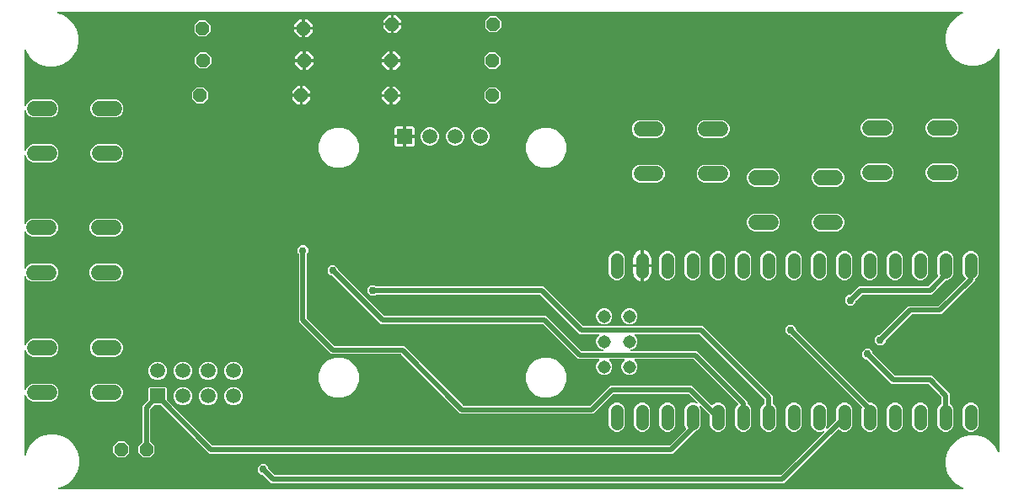
<source format=gbr>
G04 EAGLE Gerber RS-274X export*
G75*
%MOMM*%
%FSLAX34Y34*%
%LPD*%
%INBottom Copper*%
%IPPOS*%
%AMOC8*
5,1,8,0,0,1.08239X$1,22.5*%
G01*
%ADD10R,1.508000X1.508000*%
%ADD11C,1.508000*%
%ADD12P,1.429621X8X202.500000*%
%ADD13P,1.429621X8X22.500000*%
%ADD14C,1.508000*%
%ADD15C,1.308000*%
%ADD16C,1.308000*%
%ADD17C,0.756400*%
%ADD18C,0.500000*%

G36*
X952466Y10165D02*
X952466Y10165D01*
X952490Y10162D01*
X952587Y10184D01*
X952685Y10200D01*
X952706Y10212D01*
X952730Y10217D01*
X952815Y10269D01*
X952902Y10316D01*
X952919Y10333D01*
X952940Y10346D01*
X953003Y10422D01*
X953072Y10494D01*
X953082Y10516D01*
X953097Y10534D01*
X953134Y10627D01*
X953175Y10717D01*
X953178Y10741D01*
X953187Y10763D01*
X953192Y10863D01*
X953203Y10961D01*
X953197Y10985D01*
X953199Y11009D01*
X953171Y11105D01*
X953150Y11202D01*
X953138Y11223D01*
X953131Y11246D01*
X953075Y11328D01*
X953024Y11413D01*
X953006Y11429D01*
X952992Y11449D01*
X952913Y11508D01*
X952837Y11573D01*
X952815Y11582D01*
X952796Y11596D01*
X952639Y11657D01*
X952516Y11690D01*
X946323Y15266D01*
X941266Y20323D01*
X937690Y26516D01*
X935839Y33424D01*
X935839Y40576D01*
X937690Y47484D01*
X941266Y53677D01*
X946323Y58734D01*
X952516Y62310D01*
X959424Y64161D01*
X966576Y64161D01*
X973484Y62310D01*
X979677Y58734D01*
X984734Y53677D01*
X988310Y47484D01*
X988343Y47361D01*
X988353Y47339D01*
X988357Y47315D01*
X988403Y47227D01*
X988444Y47137D01*
X988460Y47119D01*
X988472Y47098D01*
X988544Y47029D01*
X988611Y46956D01*
X988632Y46945D01*
X988650Y46928D01*
X988740Y46886D01*
X988827Y46839D01*
X988851Y46835D01*
X988873Y46825D01*
X988971Y46814D01*
X989070Y46796D01*
X989094Y46800D01*
X989117Y46797D01*
X989215Y46819D01*
X989313Y46834D01*
X989334Y46845D01*
X989358Y46850D01*
X989443Y46901D01*
X989531Y46946D01*
X989548Y46963D01*
X989569Y46976D01*
X989634Y47051D01*
X989703Y47123D01*
X989713Y47144D01*
X989729Y47163D01*
X989766Y47255D01*
X989809Y47345D01*
X989812Y47368D01*
X989821Y47391D01*
X989839Y47558D01*
X989839Y452442D01*
X989835Y452466D01*
X989838Y452490D01*
X989816Y452587D01*
X989800Y452685D01*
X989788Y452706D01*
X989783Y452730D01*
X989731Y452815D01*
X989684Y452902D01*
X989667Y452919D01*
X989654Y452940D01*
X989578Y453003D01*
X989506Y453072D01*
X989484Y453082D01*
X989466Y453097D01*
X989373Y453134D01*
X989283Y453175D01*
X989259Y453178D01*
X989237Y453187D01*
X989137Y453192D01*
X989039Y453203D01*
X989015Y453197D01*
X988991Y453199D01*
X988895Y453171D01*
X988798Y453150D01*
X988777Y453138D01*
X988754Y453131D01*
X988672Y453075D01*
X988587Y453024D01*
X988571Y453006D01*
X988551Y452992D01*
X988492Y452913D01*
X988427Y452837D01*
X988418Y452815D01*
X988404Y452796D01*
X988343Y452639D01*
X988310Y452516D01*
X984734Y446323D01*
X979677Y441266D01*
X973484Y437690D01*
X966576Y435839D01*
X959424Y435839D01*
X952516Y437690D01*
X946323Y441266D01*
X941266Y446323D01*
X937690Y452516D01*
X935839Y459424D01*
X935839Y466576D01*
X937690Y473484D01*
X941266Y479677D01*
X946323Y484734D01*
X952516Y488310D01*
X952639Y488343D01*
X952661Y488353D01*
X952685Y488357D01*
X952773Y488403D01*
X952863Y488444D01*
X952881Y488460D01*
X952902Y488472D01*
X952971Y488544D01*
X953044Y488611D01*
X953055Y488632D01*
X953072Y488650D01*
X953114Y488740D01*
X953161Y488827D01*
X953165Y488851D01*
X953175Y488873D01*
X953186Y488971D01*
X953204Y489070D01*
X953200Y489094D01*
X953203Y489117D01*
X953181Y489215D01*
X953166Y489313D01*
X953155Y489334D01*
X953150Y489358D01*
X953099Y489443D01*
X953054Y489531D01*
X953037Y489548D01*
X953024Y489569D01*
X952949Y489634D01*
X952877Y489703D01*
X952856Y489713D01*
X952837Y489729D01*
X952745Y489766D01*
X952655Y489809D01*
X952632Y489812D01*
X952609Y489821D01*
X952442Y489839D01*
X43826Y489839D01*
X43802Y489835D01*
X43778Y489838D01*
X43681Y489816D01*
X43583Y489800D01*
X43562Y489788D01*
X43538Y489783D01*
X43453Y489731D01*
X43365Y489684D01*
X43349Y489667D01*
X43328Y489654D01*
X43265Y489578D01*
X43196Y489506D01*
X43186Y489484D01*
X43171Y489466D01*
X43134Y489373D01*
X43092Y489283D01*
X43090Y489259D01*
X43081Y489237D01*
X43076Y489137D01*
X43065Y489039D01*
X43071Y489015D01*
X43069Y488991D01*
X43097Y488895D01*
X43118Y488798D01*
X43130Y488778D01*
X43137Y488754D01*
X43193Y488672D01*
X43244Y488587D01*
X43262Y488571D01*
X43276Y488552D01*
X43355Y488492D01*
X43431Y488427D01*
X43453Y488418D01*
X43472Y488404D01*
X43629Y488343D01*
X47484Y487310D01*
X53677Y483734D01*
X58734Y478677D01*
X62310Y472484D01*
X64161Y465576D01*
X64161Y458424D01*
X62310Y451516D01*
X58734Y445323D01*
X53677Y440266D01*
X47484Y436690D01*
X40576Y434839D01*
X33424Y434839D01*
X26516Y436690D01*
X20323Y440266D01*
X15266Y445323D01*
X11690Y451516D01*
X11657Y451639D01*
X11647Y451661D01*
X11643Y451685D01*
X11597Y451773D01*
X11556Y451863D01*
X11540Y451881D01*
X11528Y451902D01*
X11456Y451971D01*
X11389Y452044D01*
X11368Y452055D01*
X11350Y452072D01*
X11260Y452114D01*
X11173Y452161D01*
X11149Y452165D01*
X11127Y452175D01*
X11029Y452186D01*
X10930Y452204D01*
X10906Y452200D01*
X10883Y452203D01*
X10785Y452181D01*
X10687Y452166D01*
X10666Y452155D01*
X10642Y452150D01*
X10557Y452099D01*
X10469Y452054D01*
X10452Y452037D01*
X10431Y452024D01*
X10366Y451949D01*
X10297Y451877D01*
X10287Y451856D01*
X10271Y451837D01*
X10234Y451745D01*
X10191Y451655D01*
X10188Y451632D01*
X10179Y451609D01*
X10161Y451442D01*
X10161Y395891D01*
X10176Y395795D01*
X10186Y395698D01*
X10196Y395674D01*
X10200Y395648D01*
X10246Y395562D01*
X10286Y395473D01*
X10303Y395454D01*
X10316Y395431D01*
X10386Y395364D01*
X10452Y395292D01*
X10475Y395280D01*
X10494Y395262D01*
X10582Y395221D01*
X10668Y395174D01*
X10693Y395169D01*
X10717Y395158D01*
X10814Y395147D01*
X10910Y395130D01*
X10936Y395134D01*
X10961Y395131D01*
X11057Y395152D01*
X11153Y395166D01*
X11176Y395178D01*
X11202Y395183D01*
X11285Y395233D01*
X11372Y395277D01*
X11391Y395296D01*
X11413Y395309D01*
X11476Y395383D01*
X11544Y395453D01*
X11560Y395481D01*
X11573Y395496D01*
X11585Y395527D01*
X11625Y395600D01*
X12675Y398135D01*
X15225Y400685D01*
X18557Y402065D01*
X37243Y402065D01*
X40575Y400685D01*
X43125Y398135D01*
X44505Y394803D01*
X44505Y391197D01*
X43125Y387865D01*
X40575Y385315D01*
X37243Y383935D01*
X18557Y383935D01*
X15225Y385315D01*
X12675Y387865D01*
X11625Y390400D01*
X11574Y390483D01*
X11528Y390569D01*
X11510Y390587D01*
X11496Y390609D01*
X11420Y390672D01*
X11350Y390738D01*
X11326Y390749D01*
X11306Y390766D01*
X11215Y390801D01*
X11127Y390842D01*
X11101Y390845D01*
X11077Y390854D01*
X10979Y390858D01*
X10883Y390869D01*
X10857Y390864D01*
X10831Y390865D01*
X10737Y390838D01*
X10642Y390817D01*
X10620Y390803D01*
X10595Y390796D01*
X10515Y390741D01*
X10431Y390691D01*
X10414Y390671D01*
X10393Y390656D01*
X10334Y390578D01*
X10271Y390504D01*
X10261Y390480D01*
X10246Y390459D01*
X10216Y390366D01*
X10179Y390276D01*
X10176Y390243D01*
X10170Y390225D01*
X10170Y390192D01*
X10161Y390109D01*
X10161Y350891D01*
X10176Y350795D01*
X10186Y350698D01*
X10196Y350674D01*
X10200Y350648D01*
X10246Y350562D01*
X10286Y350473D01*
X10303Y350454D01*
X10316Y350431D01*
X10386Y350364D01*
X10452Y350292D01*
X10475Y350280D01*
X10494Y350262D01*
X10582Y350221D01*
X10668Y350174D01*
X10693Y350169D01*
X10717Y350158D01*
X10814Y350147D01*
X10910Y350130D01*
X10936Y350134D01*
X10961Y350131D01*
X11057Y350152D01*
X11153Y350166D01*
X11176Y350178D01*
X11202Y350183D01*
X11285Y350233D01*
X11372Y350277D01*
X11391Y350296D01*
X11413Y350309D01*
X11476Y350383D01*
X11544Y350453D01*
X11560Y350481D01*
X11573Y350496D01*
X11585Y350527D01*
X11625Y350600D01*
X12675Y353135D01*
X15225Y355685D01*
X18557Y357065D01*
X37243Y357065D01*
X40575Y355685D01*
X43125Y353135D01*
X44505Y349803D01*
X44505Y346197D01*
X43125Y342865D01*
X40575Y340315D01*
X37243Y338935D01*
X18557Y338935D01*
X15225Y340315D01*
X12675Y342865D01*
X11625Y345400D01*
X11574Y345483D01*
X11528Y345569D01*
X11510Y345587D01*
X11496Y345609D01*
X11420Y345672D01*
X11350Y345738D01*
X11326Y345749D01*
X11306Y345766D01*
X11215Y345801D01*
X11127Y345842D01*
X11101Y345845D01*
X11077Y345854D01*
X10979Y345858D01*
X10883Y345869D01*
X10857Y345864D01*
X10831Y345865D01*
X10737Y345838D01*
X10642Y345817D01*
X10620Y345803D01*
X10595Y345796D01*
X10515Y345741D01*
X10431Y345691D01*
X10414Y345671D01*
X10393Y345656D01*
X10334Y345578D01*
X10271Y345504D01*
X10261Y345480D01*
X10246Y345459D01*
X10216Y345366D01*
X10179Y345276D01*
X10176Y345243D01*
X10170Y345225D01*
X10170Y345192D01*
X10161Y345109D01*
X10161Y277340D01*
X10163Y277328D01*
X10162Y277320D01*
X10171Y277279D01*
X10176Y277244D01*
X10186Y277147D01*
X10196Y277123D01*
X10200Y277097D01*
X10246Y277011D01*
X10286Y276922D01*
X10303Y276903D01*
X10316Y276880D01*
X10386Y276813D01*
X10452Y276741D01*
X10475Y276728D01*
X10494Y276710D01*
X10582Y276669D01*
X10668Y276622D01*
X10693Y276618D01*
X10717Y276607D01*
X10814Y276596D01*
X10910Y276578D01*
X10936Y276582D01*
X10961Y276579D01*
X11057Y276600D01*
X11153Y276614D01*
X11176Y276626D01*
X11202Y276632D01*
X11285Y276682D01*
X11372Y276726D01*
X11391Y276744D01*
X11413Y276758D01*
X11476Y276832D01*
X11544Y276901D01*
X11560Y276930D01*
X11573Y276945D01*
X11585Y276976D01*
X11625Y277048D01*
X12075Y278135D01*
X14625Y280685D01*
X17957Y282065D01*
X36643Y282065D01*
X39975Y280685D01*
X42525Y278135D01*
X43905Y274803D01*
X43905Y271197D01*
X42525Y267865D01*
X39975Y265315D01*
X36643Y263935D01*
X17957Y263935D01*
X14625Y265315D01*
X12075Y267865D01*
X11625Y268952D01*
X11574Y269035D01*
X11528Y269120D01*
X11509Y269138D01*
X11496Y269161D01*
X11421Y269223D01*
X11350Y269290D01*
X11326Y269301D01*
X11306Y269318D01*
X11215Y269352D01*
X11127Y269393D01*
X11101Y269396D01*
X11077Y269406D01*
X10979Y269410D01*
X10883Y269421D01*
X10857Y269415D01*
X10831Y269416D01*
X10737Y269389D01*
X10642Y269368D01*
X10620Y269355D01*
X10595Y269348D01*
X10515Y269292D01*
X10431Y269242D01*
X10414Y269222D01*
X10393Y269207D01*
X10334Y269129D01*
X10271Y269055D01*
X10261Y269031D01*
X10246Y269010D01*
X10216Y268917D01*
X10179Y268827D01*
X10176Y268795D01*
X10170Y268776D01*
X10170Y268743D01*
X10161Y268660D01*
X10161Y232340D01*
X10176Y232244D01*
X10186Y232147D01*
X10196Y232123D01*
X10200Y232097D01*
X10246Y232011D01*
X10286Y231922D01*
X10303Y231903D01*
X10316Y231880D01*
X10386Y231813D01*
X10452Y231741D01*
X10475Y231728D01*
X10494Y231710D01*
X10582Y231669D01*
X10668Y231622D01*
X10693Y231618D01*
X10717Y231607D01*
X10814Y231596D01*
X10910Y231578D01*
X10936Y231582D01*
X10961Y231579D01*
X11057Y231600D01*
X11153Y231614D01*
X11176Y231626D01*
X11202Y231632D01*
X11285Y231682D01*
X11372Y231726D01*
X11391Y231744D01*
X11413Y231758D01*
X11476Y231832D01*
X11544Y231901D01*
X11560Y231930D01*
X11573Y231945D01*
X11585Y231976D01*
X11625Y232048D01*
X12075Y233135D01*
X14625Y235685D01*
X17957Y237065D01*
X36643Y237065D01*
X39975Y235685D01*
X42525Y233135D01*
X43905Y229803D01*
X43905Y226197D01*
X42525Y222865D01*
X39975Y220315D01*
X36643Y218935D01*
X17957Y218935D01*
X14625Y220315D01*
X12075Y222865D01*
X11625Y223952D01*
X11574Y224035D01*
X11528Y224120D01*
X11509Y224138D01*
X11496Y224161D01*
X11421Y224223D01*
X11350Y224290D01*
X11326Y224301D01*
X11306Y224318D01*
X11215Y224352D01*
X11127Y224393D01*
X11101Y224396D01*
X11077Y224406D01*
X10979Y224410D01*
X10883Y224421D01*
X10857Y224415D01*
X10831Y224416D01*
X10737Y224389D01*
X10642Y224368D01*
X10620Y224355D01*
X10595Y224348D01*
X10515Y224292D01*
X10431Y224242D01*
X10414Y224222D01*
X10393Y224207D01*
X10334Y224129D01*
X10271Y224055D01*
X10261Y224031D01*
X10246Y224010D01*
X10216Y223917D01*
X10179Y223827D01*
X10176Y223795D01*
X10170Y223776D01*
X10170Y223743D01*
X10161Y223660D01*
X10161Y155574D01*
X10176Y155478D01*
X10186Y155381D01*
X10196Y155357D01*
X10200Y155331D01*
X10246Y155245D01*
X10286Y155156D01*
X10303Y155137D01*
X10316Y155114D01*
X10386Y155047D01*
X10452Y154975D01*
X10475Y154962D01*
X10494Y154944D01*
X10582Y154903D01*
X10668Y154856D01*
X10693Y154852D01*
X10717Y154841D01*
X10814Y154830D01*
X10910Y154813D01*
X10936Y154817D01*
X10961Y154814D01*
X11057Y154834D01*
X11153Y154849D01*
X11176Y154860D01*
X11202Y154866D01*
X11285Y154916D01*
X11372Y154960D01*
X11391Y154979D01*
X11413Y154992D01*
X11476Y155066D01*
X11544Y155136D01*
X11560Y155164D01*
X11573Y155179D01*
X11585Y155210D01*
X11625Y155283D01*
X12475Y157335D01*
X15025Y159885D01*
X18357Y161265D01*
X37043Y161265D01*
X40375Y159885D01*
X42925Y157335D01*
X44305Y154003D01*
X44305Y150397D01*
X42925Y147065D01*
X40375Y144515D01*
X37043Y143135D01*
X18357Y143135D01*
X15025Y144515D01*
X12475Y147065D01*
X11625Y149117D01*
X11574Y149200D01*
X11528Y149286D01*
X11510Y149304D01*
X11496Y149326D01*
X11420Y149389D01*
X11350Y149456D01*
X11326Y149467D01*
X11306Y149483D01*
X11215Y149518D01*
X11127Y149559D01*
X11101Y149562D01*
X11077Y149571D01*
X10979Y149576D01*
X10883Y149586D01*
X10857Y149581D01*
X10831Y149582D01*
X10737Y149555D01*
X10642Y149534D01*
X10620Y149521D01*
X10595Y149513D01*
X10515Y149458D01*
X10431Y149408D01*
X10414Y149388D01*
X10393Y149373D01*
X10334Y149295D01*
X10271Y149221D01*
X10261Y149197D01*
X10246Y149176D01*
X10216Y149083D01*
X10179Y148993D01*
X10176Y148960D01*
X10170Y148942D01*
X10170Y148909D01*
X10161Y148826D01*
X10161Y110574D01*
X10176Y110478D01*
X10186Y110381D01*
X10196Y110357D01*
X10200Y110331D01*
X10246Y110245D01*
X10286Y110156D01*
X10303Y110137D01*
X10316Y110114D01*
X10386Y110047D01*
X10452Y109975D01*
X10475Y109962D01*
X10494Y109944D01*
X10582Y109903D01*
X10668Y109856D01*
X10693Y109852D01*
X10717Y109841D01*
X10814Y109830D01*
X10910Y109813D01*
X10936Y109817D01*
X10961Y109814D01*
X11057Y109834D01*
X11153Y109849D01*
X11176Y109860D01*
X11202Y109866D01*
X11285Y109916D01*
X11372Y109960D01*
X11391Y109979D01*
X11413Y109992D01*
X11476Y110066D01*
X11544Y110136D01*
X11560Y110164D01*
X11573Y110179D01*
X11585Y110210D01*
X11625Y110283D01*
X12475Y112335D01*
X15025Y114885D01*
X18357Y116265D01*
X37043Y116265D01*
X40375Y114885D01*
X42925Y112335D01*
X44305Y109003D01*
X44305Y105397D01*
X42925Y102065D01*
X40375Y99515D01*
X37043Y98135D01*
X18357Y98135D01*
X15025Y99515D01*
X12475Y102065D01*
X11625Y104117D01*
X11574Y104200D01*
X11528Y104286D01*
X11510Y104304D01*
X11496Y104326D01*
X11420Y104389D01*
X11350Y104456D01*
X11326Y104467D01*
X11306Y104483D01*
X11215Y104518D01*
X11127Y104559D01*
X11101Y104562D01*
X11077Y104571D01*
X10979Y104576D01*
X10883Y104586D01*
X10857Y104581D01*
X10831Y104582D01*
X10737Y104555D01*
X10642Y104534D01*
X10620Y104521D01*
X10595Y104513D01*
X10515Y104458D01*
X10431Y104408D01*
X10414Y104388D01*
X10393Y104373D01*
X10334Y104295D01*
X10271Y104221D01*
X10261Y104197D01*
X10246Y104176D01*
X10216Y104083D01*
X10179Y103993D01*
X10176Y103960D01*
X10170Y103942D01*
X10170Y103909D01*
X10161Y103826D01*
X10161Y44826D01*
X10165Y44802D01*
X10162Y44778D01*
X10184Y44681D01*
X10200Y44583D01*
X10212Y44562D01*
X10217Y44538D01*
X10269Y44453D01*
X10316Y44365D01*
X10333Y44349D01*
X10346Y44328D01*
X10422Y44265D01*
X10494Y44196D01*
X10516Y44186D01*
X10534Y44171D01*
X10627Y44134D01*
X10717Y44092D01*
X10741Y44090D01*
X10763Y44081D01*
X10863Y44076D01*
X10961Y44065D01*
X10985Y44071D01*
X11009Y44069D01*
X11105Y44097D01*
X11202Y44118D01*
X11222Y44130D01*
X11246Y44137D01*
X11328Y44193D01*
X11413Y44244D01*
X11429Y44262D01*
X11448Y44276D01*
X11508Y44355D01*
X11573Y44431D01*
X11582Y44453D01*
X11596Y44472D01*
X11657Y44629D01*
X12690Y48484D01*
X16266Y54677D01*
X21323Y59734D01*
X27516Y63310D01*
X34424Y65161D01*
X41576Y65161D01*
X48484Y63310D01*
X54677Y59734D01*
X59734Y54677D01*
X63310Y48484D01*
X65161Y41576D01*
X65161Y34424D01*
X63310Y27516D01*
X59734Y21323D01*
X54677Y16266D01*
X48484Y12690D01*
X44629Y11657D01*
X44607Y11647D01*
X44583Y11643D01*
X44495Y11597D01*
X44404Y11556D01*
X44387Y11540D01*
X44365Y11528D01*
X44297Y11456D01*
X44224Y11389D01*
X44213Y11368D01*
X44196Y11350D01*
X44154Y11260D01*
X44107Y11173D01*
X44103Y11149D01*
X44092Y11127D01*
X44082Y11028D01*
X44064Y10930D01*
X44068Y10906D01*
X44065Y10883D01*
X44086Y10786D01*
X44101Y10687D01*
X44113Y10666D01*
X44118Y10642D01*
X44169Y10557D01*
X44214Y10468D01*
X44231Y10452D01*
X44244Y10431D01*
X44319Y10366D01*
X44391Y10297D01*
X44412Y10287D01*
X44431Y10271D01*
X44523Y10234D01*
X44613Y10191D01*
X44636Y10188D01*
X44659Y10179D01*
X44826Y10161D01*
X952442Y10161D01*
X952466Y10165D01*
G37*
%LPC*%
G36*
X129333Y41871D02*
X129333Y41871D01*
X124571Y46633D01*
X124571Y53367D01*
X128452Y57248D01*
X128505Y57322D01*
X128565Y57391D01*
X128577Y57422D01*
X128596Y57448D01*
X128623Y57535D01*
X128657Y57620D01*
X128661Y57661D01*
X128668Y57683D01*
X128667Y57715D01*
X128675Y57786D01*
X128675Y94067D01*
X134612Y100004D01*
X134665Y100078D01*
X134725Y100148D01*
X134737Y100178D01*
X134756Y100204D01*
X134783Y100291D01*
X134817Y100376D01*
X134821Y100417D01*
X134828Y100439D01*
X134827Y100471D01*
X134835Y100542D01*
X134835Y111772D01*
X135728Y112665D01*
X152072Y112665D01*
X152965Y111772D01*
X152965Y100542D01*
X152979Y100452D01*
X152987Y100361D01*
X152999Y100332D01*
X153004Y100300D01*
X153047Y100219D01*
X153083Y100135D01*
X153109Y100103D01*
X153120Y100082D01*
X153143Y100060D01*
X153188Y100004D01*
X198944Y54248D01*
X199018Y54195D01*
X199088Y54135D01*
X199118Y54123D01*
X199144Y54104D01*
X199231Y54077D01*
X199316Y54043D01*
X199357Y54039D01*
X199379Y54032D01*
X199411Y54033D01*
X199482Y54025D01*
X658018Y54025D01*
X658108Y54039D01*
X658199Y54047D01*
X658228Y54059D01*
X658260Y54064D01*
X658341Y54107D01*
X658425Y54143D01*
X658457Y54169D01*
X658478Y54180D01*
X658500Y54203D01*
X658556Y54248D01*
X674648Y70340D01*
X674716Y70434D01*
X674786Y70529D01*
X674788Y70535D01*
X674792Y70540D01*
X674826Y70651D01*
X674863Y70763D01*
X674863Y70769D01*
X674864Y70775D01*
X674861Y70892D01*
X674860Y71009D01*
X674858Y71016D01*
X674858Y71021D01*
X674852Y71039D01*
X674814Y71170D01*
X673535Y74256D01*
X673535Y90544D01*
X674763Y93508D01*
X677032Y95777D01*
X679996Y97005D01*
X683204Y97005D01*
X685642Y95995D01*
X685737Y95973D01*
X685830Y95944D01*
X685856Y95945D01*
X685882Y95939D01*
X685978Y95948D01*
X686076Y95950D01*
X686100Y95959D01*
X686126Y95962D01*
X686216Y96001D01*
X686307Y96035D01*
X686327Y96051D01*
X686351Y96062D01*
X686423Y96128D01*
X686499Y96189D01*
X686513Y96210D01*
X686532Y96228D01*
X686579Y96314D01*
X686632Y96395D01*
X686638Y96421D01*
X686651Y96444D01*
X686668Y96540D01*
X686692Y96634D01*
X686690Y96660D01*
X686695Y96686D01*
X686680Y96782D01*
X686673Y96879D01*
X686663Y96903D01*
X686659Y96929D01*
X686615Y97016D01*
X686577Y97105D01*
X686556Y97131D01*
X686547Y97148D01*
X686524Y97172D01*
X686472Y97236D01*
X677956Y105752D01*
X677882Y105805D01*
X677812Y105865D01*
X677782Y105877D01*
X677756Y105896D01*
X677669Y105923D01*
X677584Y105957D01*
X677543Y105961D01*
X677521Y105968D01*
X677489Y105967D01*
X677418Y105975D01*
X601982Y105975D01*
X601892Y105961D01*
X601801Y105953D01*
X601772Y105941D01*
X601740Y105936D01*
X601659Y105893D01*
X601575Y105857D01*
X601543Y105831D01*
X601522Y105820D01*
X601500Y105797D01*
X601444Y105752D01*
X581667Y85975D01*
X448333Y85975D01*
X388556Y145752D01*
X388482Y145805D01*
X388412Y145865D01*
X388382Y145877D01*
X388356Y145896D01*
X388269Y145923D01*
X388184Y145957D01*
X388143Y145961D01*
X388121Y145968D01*
X388089Y145967D01*
X388018Y145975D01*
X318333Y145975D01*
X315752Y148556D01*
X288556Y175752D01*
X285975Y178333D01*
X285975Y246205D01*
X285961Y246295D01*
X285953Y246386D01*
X285941Y246415D01*
X285936Y246447D01*
X285893Y246528D01*
X285857Y246612D01*
X285831Y246644D01*
X285820Y246665D01*
X285797Y246687D01*
X285752Y246743D01*
X284693Y247802D01*
X284693Y252198D01*
X287802Y255307D01*
X292198Y255307D01*
X295307Y252198D01*
X295307Y247802D01*
X294248Y246743D01*
X294195Y246669D01*
X294135Y246599D01*
X294123Y246569D01*
X294104Y246543D01*
X294077Y246456D01*
X294043Y246371D01*
X294039Y246330D01*
X294032Y246308D01*
X294033Y246276D01*
X294025Y246205D01*
X294025Y181982D01*
X294039Y181892D01*
X294047Y181801D01*
X294059Y181772D01*
X294064Y181740D01*
X294107Y181659D01*
X294143Y181575D01*
X294169Y181543D01*
X294180Y181522D01*
X294203Y181500D01*
X294248Y181444D01*
X321444Y154248D01*
X321518Y154195D01*
X321588Y154135D01*
X321618Y154123D01*
X321644Y154104D01*
X321731Y154077D01*
X321816Y154043D01*
X321857Y154039D01*
X321879Y154032D01*
X321911Y154033D01*
X321982Y154025D01*
X391667Y154025D01*
X451444Y94248D01*
X451518Y94195D01*
X451588Y94135D01*
X451618Y94123D01*
X451644Y94104D01*
X451731Y94077D01*
X451816Y94043D01*
X451857Y94039D01*
X451879Y94032D01*
X451911Y94033D01*
X451982Y94025D01*
X578018Y94025D01*
X578108Y94039D01*
X578199Y94047D01*
X578228Y94059D01*
X578260Y94064D01*
X578341Y94107D01*
X578425Y94143D01*
X578457Y94169D01*
X578478Y94180D01*
X578500Y94203D01*
X578556Y94248D01*
X598333Y114025D01*
X681067Y114025D01*
X700335Y94757D01*
X700351Y94745D01*
X700364Y94730D01*
X700451Y94674D01*
X700535Y94613D01*
X700554Y94607D01*
X700571Y94597D01*
X700671Y94571D01*
X700770Y94541D01*
X700790Y94541D01*
X700809Y94537D01*
X700912Y94545D01*
X701016Y94547D01*
X701034Y94554D01*
X701054Y94556D01*
X701149Y94596D01*
X701247Y94632D01*
X701262Y94644D01*
X701281Y94652D01*
X701412Y94757D01*
X702432Y95777D01*
X705396Y97005D01*
X708604Y97005D01*
X711568Y95777D01*
X713837Y93508D01*
X715065Y90544D01*
X715065Y74256D01*
X713837Y71292D01*
X711568Y69023D01*
X708604Y67795D01*
X705396Y67795D01*
X702432Y69023D01*
X700163Y71292D01*
X698935Y74256D01*
X698935Y84458D01*
X698921Y84548D01*
X698913Y84639D01*
X698901Y84668D01*
X698896Y84700D01*
X698853Y84781D01*
X698817Y84865D01*
X698791Y84897D01*
X698780Y84918D01*
X698757Y84940D01*
X698712Y84996D01*
X689896Y93812D01*
X689817Y93869D01*
X689742Y93931D01*
X689718Y93940D01*
X689697Y93955D01*
X689604Y93984D01*
X689513Y94019D01*
X689487Y94020D01*
X689462Y94028D01*
X689364Y94025D01*
X689267Y94029D01*
X689242Y94022D01*
X689216Y94021D01*
X689124Y93988D01*
X689031Y93961D01*
X689009Y93946D01*
X688985Y93937D01*
X688909Y93876D01*
X688829Y93820D01*
X688813Y93799D01*
X688793Y93783D01*
X688740Y93701D01*
X688682Y93623D01*
X688674Y93598D01*
X688660Y93576D01*
X688636Y93482D01*
X688606Y93389D01*
X688606Y93363D01*
X688600Y93338D01*
X688607Y93241D01*
X688608Y93143D01*
X688617Y93112D01*
X688619Y93092D01*
X688632Y93062D01*
X688655Y92982D01*
X689665Y90544D01*
X689665Y74256D01*
X688437Y71292D01*
X686168Y69023D01*
X683827Y68053D01*
X683771Y68019D01*
X683711Y67993D01*
X683646Y67941D01*
X683618Y67924D01*
X683606Y67909D01*
X683580Y67888D01*
X661667Y45975D01*
X195833Y45975D01*
X147496Y94312D01*
X147422Y94365D01*
X147352Y94425D01*
X147322Y94437D01*
X147296Y94456D01*
X147209Y94483D01*
X147124Y94517D01*
X147083Y94521D01*
X147061Y94528D01*
X147029Y94527D01*
X146958Y94535D01*
X140842Y94535D01*
X140752Y94521D01*
X140661Y94513D01*
X140632Y94501D01*
X140600Y94496D01*
X140519Y94453D01*
X140435Y94417D01*
X140403Y94391D01*
X140382Y94380D01*
X140360Y94357D01*
X140304Y94312D01*
X136948Y90956D01*
X136895Y90882D01*
X136835Y90812D01*
X136823Y90782D01*
X136804Y90756D01*
X136777Y90669D01*
X136743Y90584D01*
X136739Y90543D01*
X136732Y90521D01*
X136733Y90489D01*
X136725Y90418D01*
X136725Y57786D01*
X136739Y57696D01*
X136747Y57605D01*
X136759Y57576D01*
X136764Y57544D01*
X136807Y57463D01*
X136843Y57379D01*
X136869Y57347D01*
X136880Y57326D01*
X136903Y57304D01*
X136948Y57248D01*
X140829Y53367D01*
X140829Y46633D01*
X136067Y41871D01*
X129333Y41871D01*
G37*
%LPD*%
%LPC*%
G36*
X730796Y67795D02*
X730796Y67795D01*
X727832Y69023D01*
X725563Y71292D01*
X724335Y74256D01*
X724335Y90544D01*
X725563Y93508D01*
X727143Y95088D01*
X727155Y95105D01*
X727170Y95117D01*
X727226Y95204D01*
X727287Y95288D01*
X727293Y95307D01*
X727303Y95324D01*
X727329Y95424D01*
X727359Y95523D01*
X727359Y95543D01*
X727363Y95562D01*
X727355Y95665D01*
X727353Y95769D01*
X727346Y95788D01*
X727344Y95808D01*
X727304Y95902D01*
X727268Y96000D01*
X727256Y96016D01*
X727248Y96034D01*
X727143Y96165D01*
X682556Y140752D01*
X682482Y140805D01*
X682412Y140865D01*
X682382Y140877D01*
X682356Y140896D01*
X682269Y140923D01*
X682184Y140957D01*
X682143Y140961D01*
X682121Y140968D01*
X682089Y140967D01*
X682018Y140975D01*
X623568Y140975D01*
X623497Y140964D01*
X623425Y140962D01*
X623376Y140944D01*
X623325Y140936D01*
X623262Y140902D01*
X623194Y140877D01*
X623154Y140845D01*
X623108Y140820D01*
X623058Y140768D01*
X623002Y140724D01*
X622974Y140680D01*
X622938Y140642D01*
X622908Y140577D01*
X622869Y140517D01*
X622857Y140466D01*
X622835Y140419D01*
X622827Y140348D01*
X622809Y140278D01*
X622813Y140226D01*
X622808Y140175D01*
X622823Y140104D01*
X622828Y140033D01*
X622849Y139985D01*
X622860Y139934D01*
X622897Y139873D01*
X622925Y139807D01*
X622969Y139751D01*
X622986Y139723D01*
X623004Y139708D01*
X623029Y139676D01*
X624937Y137768D01*
X626165Y134804D01*
X626165Y131596D01*
X624937Y128632D01*
X622668Y126363D01*
X619704Y125135D01*
X616496Y125135D01*
X613532Y126363D01*
X611263Y128632D01*
X610035Y131596D01*
X610035Y134804D01*
X611263Y137768D01*
X613171Y139676D01*
X613212Y139734D01*
X613262Y139786D01*
X613284Y139833D01*
X613314Y139875D01*
X613335Y139944D01*
X613365Y140009D01*
X613371Y140061D01*
X613386Y140111D01*
X613385Y140182D01*
X613392Y140253D01*
X613381Y140304D01*
X613380Y140356D01*
X613355Y140424D01*
X613340Y140494D01*
X613314Y140538D01*
X613296Y140587D01*
X613251Y140643D01*
X613214Y140705D01*
X613174Y140739D01*
X613142Y140779D01*
X613082Y140818D01*
X613027Y140865D01*
X612979Y140884D01*
X612935Y140912D01*
X612866Y140930D01*
X612799Y140957D01*
X612728Y140965D01*
X612696Y140973D01*
X612673Y140971D01*
X612632Y140975D01*
X598168Y140975D01*
X598097Y140964D01*
X598025Y140962D01*
X597976Y140944D01*
X597925Y140936D01*
X597862Y140902D01*
X597794Y140877D01*
X597754Y140845D01*
X597708Y140820D01*
X597658Y140768D01*
X597602Y140724D01*
X597574Y140680D01*
X597538Y140642D01*
X597508Y140577D01*
X597469Y140517D01*
X597457Y140466D01*
X597435Y140419D01*
X597427Y140348D01*
X597409Y140278D01*
X597413Y140226D01*
X597408Y140175D01*
X597423Y140104D01*
X597428Y140033D01*
X597449Y139985D01*
X597460Y139934D01*
X597497Y139873D01*
X597525Y139807D01*
X597569Y139751D01*
X597586Y139723D01*
X597604Y139708D01*
X597629Y139676D01*
X599537Y137768D01*
X600765Y134804D01*
X600765Y131596D01*
X599537Y128632D01*
X597268Y126363D01*
X594304Y125135D01*
X591096Y125135D01*
X588132Y126363D01*
X585863Y128632D01*
X584635Y131596D01*
X584635Y134804D01*
X585863Y137768D01*
X587771Y139676D01*
X587812Y139734D01*
X587862Y139786D01*
X587884Y139833D01*
X587914Y139875D01*
X587935Y139944D01*
X587965Y140009D01*
X587971Y140061D01*
X587986Y140111D01*
X587985Y140182D01*
X587992Y140253D01*
X587981Y140304D01*
X587980Y140356D01*
X587955Y140424D01*
X587940Y140494D01*
X587914Y140538D01*
X587896Y140587D01*
X587851Y140643D01*
X587814Y140705D01*
X587774Y140739D01*
X587742Y140779D01*
X587682Y140818D01*
X587627Y140865D01*
X587579Y140884D01*
X587535Y140912D01*
X587466Y140930D01*
X587399Y140957D01*
X587328Y140965D01*
X587296Y140973D01*
X587273Y140971D01*
X587232Y140975D01*
X566333Y140975D01*
X531556Y175752D01*
X531482Y175805D01*
X531412Y175865D01*
X531382Y175877D01*
X531356Y175896D01*
X531269Y175923D01*
X531184Y175957D01*
X531143Y175961D01*
X531121Y175968D01*
X531089Y175967D01*
X531018Y175975D01*
X368333Y175975D01*
X319838Y224470D01*
X319764Y224523D01*
X319694Y224583D01*
X319664Y224595D01*
X319638Y224614D01*
X319551Y224641D01*
X319466Y224675D01*
X319425Y224679D01*
X319403Y224686D01*
X319371Y224685D01*
X319300Y224693D01*
X317802Y224693D01*
X314693Y227802D01*
X314693Y232198D01*
X317802Y235307D01*
X322198Y235307D01*
X325307Y232198D01*
X325307Y230700D01*
X325321Y230610D01*
X325329Y230519D01*
X325341Y230490D01*
X325346Y230458D01*
X325389Y230377D01*
X325425Y230293D01*
X325451Y230261D01*
X325462Y230240D01*
X325485Y230218D01*
X325530Y230162D01*
X371444Y184248D01*
X371518Y184195D01*
X371588Y184135D01*
X371618Y184123D01*
X371644Y184104D01*
X371731Y184077D01*
X371816Y184043D01*
X371857Y184039D01*
X371879Y184032D01*
X371911Y184033D01*
X371982Y184025D01*
X534667Y184025D01*
X569444Y149248D01*
X569518Y149195D01*
X569588Y149135D01*
X569618Y149123D01*
X569644Y149104D01*
X569731Y149077D01*
X569816Y149043D01*
X569857Y149039D01*
X569879Y149032D01*
X569911Y149033D01*
X569982Y149025D01*
X590916Y149025D01*
X591012Y149040D01*
X591109Y149050D01*
X591133Y149060D01*
X591158Y149064D01*
X591244Y149110D01*
X591333Y149150D01*
X591353Y149167D01*
X591376Y149180D01*
X591443Y149250D01*
X591514Y149316D01*
X591527Y149339D01*
X591545Y149358D01*
X591586Y149446D01*
X591633Y149532D01*
X591638Y149557D01*
X591649Y149581D01*
X591659Y149678D01*
X591677Y149774D01*
X591673Y149800D01*
X591676Y149825D01*
X591655Y149921D01*
X591641Y150017D01*
X591629Y150040D01*
X591624Y150066D01*
X591574Y150149D01*
X591529Y150236D01*
X591511Y150255D01*
X591497Y150277D01*
X591423Y150340D01*
X591354Y150408D01*
X591325Y150424D01*
X591310Y150437D01*
X591280Y150449D01*
X591207Y150489D01*
X588132Y151763D01*
X585863Y154032D01*
X584635Y156996D01*
X584635Y160204D01*
X585863Y163168D01*
X587371Y164676D01*
X587412Y164734D01*
X587462Y164786D01*
X587484Y164833D01*
X587514Y164875D01*
X587535Y164944D01*
X587565Y165009D01*
X587571Y165061D01*
X587586Y165111D01*
X587585Y165182D01*
X587592Y165253D01*
X587581Y165304D01*
X587580Y165356D01*
X587555Y165424D01*
X587540Y165494D01*
X587513Y165539D01*
X587496Y165587D01*
X587451Y165643D01*
X587414Y165705D01*
X587374Y165739D01*
X587342Y165779D01*
X587282Y165818D01*
X587227Y165865D01*
X587179Y165884D01*
X587135Y165912D01*
X587066Y165930D01*
X586999Y165957D01*
X586928Y165965D01*
X586896Y165973D01*
X586873Y165971D01*
X586832Y165975D01*
X568333Y165975D01*
X528556Y205752D01*
X528482Y205805D01*
X528412Y205865D01*
X528382Y205877D01*
X528356Y205896D01*
X528269Y205923D01*
X528184Y205957D01*
X528143Y205961D01*
X528121Y205968D01*
X528089Y205967D01*
X528018Y205975D01*
X363795Y205975D01*
X363705Y205961D01*
X363614Y205953D01*
X363585Y205941D01*
X363553Y205936D01*
X363472Y205893D01*
X363388Y205857D01*
X363356Y205831D01*
X363335Y205820D01*
X363313Y205797D01*
X363257Y205752D01*
X362198Y204693D01*
X357802Y204693D01*
X354693Y207802D01*
X354693Y212198D01*
X357802Y215307D01*
X362198Y215307D01*
X363257Y214248D01*
X363331Y214195D01*
X363401Y214135D01*
X363431Y214123D01*
X363457Y214104D01*
X363544Y214077D01*
X363629Y214043D01*
X363670Y214039D01*
X363692Y214032D01*
X363724Y214033D01*
X363795Y214025D01*
X531667Y214025D01*
X571444Y174248D01*
X571518Y174195D01*
X571588Y174135D01*
X571618Y174123D01*
X571644Y174104D01*
X571731Y174077D01*
X571816Y174043D01*
X571857Y174039D01*
X571879Y174032D01*
X571911Y174033D01*
X571982Y174025D01*
X691667Y174025D01*
X761825Y103867D01*
X761825Y96511D01*
X761844Y96395D01*
X761861Y96280D01*
X761863Y96274D01*
X761864Y96268D01*
X761919Y96165D01*
X761972Y96061D01*
X761977Y96056D01*
X761980Y96051D01*
X762064Y95970D01*
X762148Y95888D01*
X762154Y95885D01*
X762158Y95881D01*
X762175Y95873D01*
X762295Y95807D01*
X762368Y95777D01*
X764637Y93508D01*
X765865Y90544D01*
X765865Y74256D01*
X764637Y71292D01*
X762368Y69023D01*
X759404Y67795D01*
X756196Y67795D01*
X753232Y69023D01*
X750963Y71292D01*
X749735Y74256D01*
X749735Y90544D01*
X750963Y93508D01*
X753232Y95777D01*
X753305Y95807D01*
X753404Y95869D01*
X753505Y95929D01*
X753509Y95934D01*
X753514Y95937D01*
X753588Y96026D01*
X753665Y96116D01*
X753667Y96122D01*
X753671Y96127D01*
X753713Y96234D01*
X753757Y96344D01*
X753758Y96352D01*
X753759Y96356D01*
X753760Y96374D01*
X753775Y96511D01*
X753775Y100218D01*
X753761Y100308D01*
X753753Y100399D01*
X753741Y100428D01*
X753736Y100460D01*
X753693Y100541D01*
X753657Y100625D01*
X753631Y100657D01*
X753620Y100678D01*
X753597Y100700D01*
X753552Y100756D01*
X688556Y165752D01*
X688482Y165805D01*
X688412Y165865D01*
X688382Y165877D01*
X688356Y165896D01*
X688269Y165923D01*
X688184Y165957D01*
X688143Y165961D01*
X688121Y165968D01*
X688089Y165967D01*
X688018Y165975D01*
X623968Y165975D01*
X623897Y165964D01*
X623825Y165962D01*
X623776Y165944D01*
X623725Y165936D01*
X623662Y165902D01*
X623594Y165877D01*
X623554Y165845D01*
X623508Y165820D01*
X623458Y165768D01*
X623402Y165724D01*
X623374Y165680D01*
X623338Y165642D01*
X623308Y165577D01*
X623269Y165517D01*
X623257Y165466D01*
X623235Y165419D01*
X623227Y165348D01*
X623209Y165278D01*
X623213Y165226D01*
X623208Y165175D01*
X623223Y165104D01*
X623228Y165033D01*
X623249Y164985D01*
X623260Y164934D01*
X623297Y164873D01*
X623325Y164807D01*
X623369Y164751D01*
X623386Y164723D01*
X623404Y164708D01*
X623429Y164676D01*
X624937Y163168D01*
X626165Y160204D01*
X626165Y156996D01*
X624937Y154032D01*
X622668Y151763D01*
X619593Y150489D01*
X619510Y150438D01*
X619424Y150392D01*
X619406Y150373D01*
X619384Y150360D01*
X619322Y150285D01*
X619255Y150214D01*
X619244Y150190D01*
X619227Y150170D01*
X619192Y150079D01*
X619151Y149991D01*
X619148Y149965D01*
X619139Y149941D01*
X619135Y149843D01*
X619124Y149747D01*
X619130Y149721D01*
X619129Y149695D01*
X619156Y149601D01*
X619176Y149506D01*
X619190Y149484D01*
X619197Y149459D01*
X619253Y149379D01*
X619303Y149295D01*
X619323Y149278D01*
X619337Y149257D01*
X619416Y149198D01*
X619490Y149135D01*
X619514Y149125D01*
X619535Y149110D01*
X619627Y149080D01*
X619718Y149043D01*
X619750Y149040D01*
X619769Y149034D01*
X619802Y149034D01*
X619884Y149025D01*
X685667Y149025D01*
X736425Y98267D01*
X736425Y96511D01*
X736444Y96395D01*
X736461Y96280D01*
X736463Y96274D01*
X736464Y96268D01*
X736519Y96165D01*
X736572Y96061D01*
X736577Y96056D01*
X736580Y96051D01*
X736664Y95970D01*
X736748Y95888D01*
X736754Y95885D01*
X736758Y95881D01*
X736775Y95873D01*
X736895Y95807D01*
X736968Y95777D01*
X739237Y93508D01*
X740465Y90544D01*
X740465Y74256D01*
X739237Y71292D01*
X736968Y69023D01*
X734004Y67795D01*
X730796Y67795D01*
G37*
%LPD*%
%LPC*%
G36*
X258333Y15975D02*
X258333Y15975D01*
X249838Y24470D01*
X249764Y24523D01*
X249694Y24583D01*
X249664Y24595D01*
X249638Y24614D01*
X249551Y24641D01*
X249466Y24675D01*
X249425Y24679D01*
X249403Y24686D01*
X249371Y24685D01*
X249300Y24693D01*
X247802Y24693D01*
X244693Y27802D01*
X244693Y32198D01*
X247802Y35307D01*
X252198Y35307D01*
X255307Y32198D01*
X255307Y30700D01*
X255309Y30686D01*
X255308Y30675D01*
X255320Y30617D01*
X255321Y30610D01*
X255329Y30519D01*
X255341Y30490D01*
X255346Y30458D01*
X255389Y30377D01*
X255425Y30293D01*
X255451Y30261D01*
X255462Y30240D01*
X255485Y30218D01*
X255530Y30162D01*
X261444Y24248D01*
X261518Y24195D01*
X261588Y24135D01*
X261618Y24123D01*
X261644Y24104D01*
X261731Y24077D01*
X261816Y24043D01*
X261857Y24039D01*
X261879Y24032D01*
X261911Y24033D01*
X261982Y24025D01*
X769618Y24025D01*
X769708Y24039D01*
X769799Y24047D01*
X769828Y24059D01*
X769860Y24064D01*
X769941Y24107D01*
X770025Y24143D01*
X770057Y24169D01*
X770078Y24180D01*
X770100Y24203D01*
X770156Y24248D01*
X813472Y67564D01*
X813528Y67643D01*
X813591Y67718D01*
X813600Y67742D01*
X813615Y67763D01*
X813644Y67856D01*
X813679Y67947D01*
X813680Y67973D01*
X813688Y67998D01*
X813685Y68096D01*
X813689Y68193D01*
X813682Y68218D01*
X813681Y68244D01*
X813648Y68336D01*
X813621Y68429D01*
X813606Y68451D01*
X813597Y68475D01*
X813536Y68551D01*
X813480Y68631D01*
X813459Y68647D01*
X813443Y68667D01*
X813361Y68720D01*
X813283Y68778D01*
X813258Y68786D01*
X813236Y68800D01*
X813142Y68824D01*
X813049Y68854D01*
X813023Y68854D01*
X812998Y68860D01*
X812901Y68853D01*
X812803Y68852D01*
X812772Y68843D01*
X812752Y68841D01*
X812722Y68828D01*
X812642Y68805D01*
X810204Y67795D01*
X806996Y67795D01*
X804032Y69023D01*
X801763Y71292D01*
X800535Y74256D01*
X800535Y90544D01*
X801763Y93508D01*
X804032Y95777D01*
X806996Y97005D01*
X810204Y97005D01*
X813168Y95777D01*
X815437Y93508D01*
X816665Y90544D01*
X816665Y74256D01*
X815655Y71818D01*
X815633Y71723D01*
X815604Y71630D01*
X815605Y71604D01*
X815599Y71578D01*
X815608Y71482D01*
X815610Y71384D01*
X815619Y71360D01*
X815622Y71334D01*
X815661Y71245D01*
X815695Y71153D01*
X815711Y71133D01*
X815722Y71109D01*
X815788Y71037D01*
X815849Y70961D01*
X815870Y70947D01*
X815888Y70928D01*
X815974Y70881D01*
X816055Y70828D01*
X816081Y70822D01*
X816104Y70809D01*
X816200Y70792D01*
X816294Y70768D01*
X816320Y70770D01*
X816346Y70765D01*
X816442Y70780D01*
X816539Y70787D01*
X816563Y70797D01*
X816589Y70801D01*
X816676Y70845D01*
X816765Y70883D01*
X816791Y70904D01*
X816808Y70913D01*
X816832Y70936D01*
X816896Y70988D01*
X825712Y79804D01*
X825765Y79878D01*
X825825Y79948D01*
X825837Y79978D01*
X825856Y80004D01*
X825883Y80091D01*
X825917Y80176D01*
X825921Y80217D01*
X825928Y80239D01*
X825927Y80271D01*
X825935Y80342D01*
X825935Y90544D01*
X827163Y93508D01*
X829432Y95777D01*
X832396Y97005D01*
X835604Y97005D01*
X838568Y95777D01*
X840837Y93508D01*
X842065Y90544D01*
X842065Y74256D01*
X840837Y71292D01*
X838568Y69023D01*
X835604Y67795D01*
X832396Y67795D01*
X829432Y69023D01*
X828412Y70043D01*
X828395Y70055D01*
X828383Y70070D01*
X828296Y70126D01*
X828212Y70187D01*
X828193Y70193D01*
X828176Y70203D01*
X828076Y70229D01*
X827977Y70259D01*
X827957Y70259D01*
X827938Y70263D01*
X827835Y70255D01*
X827731Y70253D01*
X827712Y70246D01*
X827692Y70244D01*
X827597Y70204D01*
X827500Y70168D01*
X827484Y70156D01*
X827466Y70148D01*
X827335Y70043D01*
X773267Y15975D01*
X258333Y15975D01*
G37*
%LPD*%
%LPC*%
G36*
X867802Y154693D02*
X867802Y154693D01*
X864693Y157802D01*
X864693Y162198D01*
X867802Y165307D01*
X869300Y165307D01*
X869390Y165321D01*
X869481Y165329D01*
X869510Y165341D01*
X869542Y165346D01*
X869623Y165389D01*
X869707Y165425D01*
X869739Y165451D01*
X869760Y165462D01*
X869782Y165485D01*
X869838Y165530D01*
X898333Y194025D01*
X928018Y194025D01*
X928108Y194039D01*
X928199Y194047D01*
X928228Y194059D01*
X928260Y194064D01*
X928341Y194107D01*
X928425Y194143D01*
X928457Y194169D01*
X928478Y194180D01*
X928500Y194203D01*
X928556Y194248D01*
X955543Y221235D01*
X955555Y221251D01*
X955570Y221264D01*
X955627Y221351D01*
X955687Y221435D01*
X955693Y221454D01*
X955703Y221471D01*
X955729Y221571D01*
X955759Y221670D01*
X955759Y221690D01*
X955763Y221709D01*
X955755Y221812D01*
X955753Y221916D01*
X955746Y221934D01*
X955744Y221954D01*
X955704Y222049D01*
X955699Y222062D01*
X955698Y222068D01*
X955696Y222072D01*
X955668Y222147D01*
X955656Y222162D01*
X955648Y222181D01*
X955579Y222266D01*
X955572Y222279D01*
X955564Y222286D01*
X955543Y222312D01*
X954163Y223692D01*
X952935Y226656D01*
X952935Y242944D01*
X954163Y245908D01*
X956432Y248177D01*
X959396Y249405D01*
X962604Y249405D01*
X965568Y248177D01*
X967837Y245908D01*
X969065Y242944D01*
X969065Y226656D01*
X967837Y223692D01*
X965568Y221423D01*
X965495Y221393D01*
X965396Y221331D01*
X965295Y221271D01*
X965291Y221266D01*
X965286Y221263D01*
X965212Y221174D01*
X965135Y221084D01*
X965133Y221078D01*
X965129Y221073D01*
X965087Y220966D01*
X965043Y220856D01*
X965042Y220848D01*
X965041Y220844D01*
X965040Y220826D01*
X965025Y220689D01*
X965025Y219333D01*
X931667Y185975D01*
X901982Y185975D01*
X901892Y185961D01*
X901801Y185953D01*
X901772Y185941D01*
X901740Y185936D01*
X901659Y185893D01*
X901575Y185857D01*
X901543Y185831D01*
X901522Y185820D01*
X901500Y185797D01*
X901444Y185752D01*
X875530Y159838D01*
X875477Y159764D01*
X875417Y159694D01*
X875405Y159664D01*
X875386Y159638D01*
X875359Y159551D01*
X875325Y159466D01*
X875321Y159425D01*
X875314Y159403D01*
X875315Y159371D01*
X875307Y159300D01*
X875307Y157802D01*
X872198Y154693D01*
X867802Y154693D01*
G37*
%LPD*%
%LPC*%
G36*
X857796Y67795D02*
X857796Y67795D01*
X854832Y69023D01*
X852563Y71292D01*
X851335Y74256D01*
X851335Y90544D01*
X851852Y91792D01*
X851879Y91905D01*
X851907Y92019D01*
X851907Y92025D01*
X851908Y92031D01*
X851897Y92148D01*
X851888Y92264D01*
X851886Y92270D01*
X851885Y92276D01*
X851837Y92383D01*
X851792Y92490D01*
X851787Y92496D01*
X851785Y92501D01*
X851772Y92514D01*
X851687Y92621D01*
X779838Y164470D01*
X779764Y164523D01*
X779694Y164583D01*
X779664Y164595D01*
X779638Y164614D01*
X779551Y164641D01*
X779466Y164675D01*
X779425Y164679D01*
X779403Y164686D01*
X779371Y164685D01*
X779300Y164693D01*
X777802Y164693D01*
X774693Y167802D01*
X774693Y172198D01*
X777802Y175307D01*
X782198Y175307D01*
X785307Y172198D01*
X785307Y170700D01*
X785321Y170610D01*
X785329Y170519D01*
X785341Y170490D01*
X785346Y170458D01*
X785389Y170377D01*
X785425Y170293D01*
X785451Y170261D01*
X785462Y170240D01*
X785485Y170218D01*
X785530Y170162D01*
X858464Y97228D01*
X858538Y97175D01*
X858608Y97115D01*
X858638Y97103D01*
X858664Y97084D01*
X858751Y97057D01*
X858836Y97023D01*
X858877Y97019D01*
X858899Y97012D01*
X858931Y97013D01*
X859002Y97005D01*
X861004Y97005D01*
X863968Y95777D01*
X866237Y93508D01*
X867465Y90544D01*
X867465Y74256D01*
X866237Y71292D01*
X863968Y69023D01*
X861004Y67795D01*
X857796Y67795D01*
G37*
%LPD*%
%LPC*%
G36*
X933996Y67795D02*
X933996Y67795D01*
X931032Y69023D01*
X928763Y71292D01*
X927535Y74256D01*
X927535Y90544D01*
X928763Y93508D01*
X931032Y95777D01*
X931105Y95807D01*
X931204Y95869D01*
X931305Y95929D01*
X931309Y95934D01*
X931314Y95937D01*
X931388Y96026D01*
X931465Y96116D01*
X931467Y96122D01*
X931471Y96127D01*
X931513Y96234D01*
X931557Y96344D01*
X931558Y96352D01*
X931559Y96356D01*
X931560Y96374D01*
X931575Y96511D01*
X931575Y102418D01*
X931561Y102508D01*
X931553Y102599D01*
X931541Y102628D01*
X931536Y102660D01*
X931493Y102741D01*
X931457Y102825D01*
X931431Y102857D01*
X931420Y102878D01*
X931397Y102900D01*
X931352Y102956D01*
X918556Y115752D01*
X918482Y115805D01*
X918412Y115865D01*
X918382Y115877D01*
X918356Y115896D01*
X918269Y115923D01*
X918184Y115957D01*
X918143Y115961D01*
X918121Y115968D01*
X918089Y115967D01*
X918018Y115975D01*
X881333Y115975D01*
X856838Y140470D01*
X856764Y140523D01*
X856694Y140583D01*
X856664Y140595D01*
X856638Y140614D01*
X856551Y140641D01*
X856466Y140675D01*
X856425Y140679D01*
X856403Y140686D01*
X856371Y140685D01*
X856300Y140693D01*
X854802Y140693D01*
X851693Y143802D01*
X851693Y148198D01*
X854802Y151307D01*
X859198Y151307D01*
X862307Y148198D01*
X862307Y146700D01*
X862321Y146610D01*
X862329Y146519D01*
X862341Y146490D01*
X862346Y146458D01*
X862389Y146377D01*
X862425Y146293D01*
X862451Y146261D01*
X862462Y146240D01*
X862485Y146218D01*
X862530Y146162D01*
X884444Y124248D01*
X884518Y124195D01*
X884588Y124135D01*
X884618Y124123D01*
X884644Y124104D01*
X884731Y124077D01*
X884816Y124043D01*
X884857Y124039D01*
X884879Y124032D01*
X884911Y124033D01*
X884982Y124025D01*
X921667Y124025D01*
X939625Y106067D01*
X939625Y96511D01*
X939644Y96395D01*
X939661Y96280D01*
X939663Y96274D01*
X939664Y96268D01*
X939719Y96165D01*
X939772Y96061D01*
X939777Y96056D01*
X939780Y96051D01*
X939864Y95970D01*
X939948Y95888D01*
X939954Y95885D01*
X939958Y95881D01*
X939975Y95873D01*
X940095Y95807D01*
X940168Y95777D01*
X942437Y93508D01*
X943665Y90544D01*
X943665Y74256D01*
X942437Y71292D01*
X940168Y69023D01*
X937204Y67795D01*
X933996Y67795D01*
G37*
%LPD*%
%LPC*%
G36*
X321950Y333209D02*
X321950Y333209D01*
X314540Y336279D01*
X308869Y341950D01*
X305799Y349360D01*
X305799Y357380D01*
X308869Y364790D01*
X314540Y370461D01*
X321950Y373531D01*
X329970Y373531D01*
X337380Y370461D01*
X343051Y364790D01*
X346121Y357380D01*
X346121Y349360D01*
X343051Y341950D01*
X337380Y336279D01*
X329970Y333209D01*
X321950Y333209D01*
G37*
%LPD*%
%LPC*%
G36*
X530230Y102069D02*
X530230Y102069D01*
X522820Y105139D01*
X517149Y110810D01*
X514079Y118220D01*
X514079Y126240D01*
X517149Y133650D01*
X522820Y139321D01*
X530230Y142391D01*
X538250Y142391D01*
X545660Y139321D01*
X551331Y133650D01*
X554401Y126240D01*
X554401Y118220D01*
X551331Y110810D01*
X545660Y105139D01*
X538250Y102069D01*
X530230Y102069D01*
G37*
%LPD*%
%LPC*%
G36*
X321950Y102069D02*
X321950Y102069D01*
X314540Y105139D01*
X308869Y110810D01*
X305799Y118220D01*
X305799Y126240D01*
X308869Y133650D01*
X314540Y139321D01*
X321950Y142391D01*
X329970Y142391D01*
X337380Y139321D01*
X343051Y133650D01*
X346121Y126240D01*
X346121Y118220D01*
X343051Y110810D01*
X337380Y105139D01*
X329970Y102069D01*
X321950Y102069D01*
G37*
%LPD*%
%LPC*%
G36*
X530230Y333209D02*
X530230Y333209D01*
X522820Y336279D01*
X517149Y341950D01*
X514079Y349360D01*
X514079Y357380D01*
X517149Y364790D01*
X522820Y370461D01*
X530230Y373531D01*
X538250Y373531D01*
X545660Y370461D01*
X551331Y364790D01*
X554401Y357380D01*
X554401Y349360D01*
X551331Y341950D01*
X545660Y336279D01*
X538250Y333209D01*
X530230Y333209D01*
G37*
%LPD*%
%LPC*%
G36*
X837802Y194693D02*
X837802Y194693D01*
X834693Y197802D01*
X834693Y202198D01*
X837802Y205307D01*
X839300Y205307D01*
X839390Y205321D01*
X839481Y205329D01*
X839510Y205341D01*
X839542Y205346D01*
X839623Y205389D01*
X839707Y205425D01*
X839739Y205451D01*
X839760Y205462D01*
X839782Y205485D01*
X839838Y205530D01*
X848333Y214025D01*
X918018Y214025D01*
X918108Y214039D01*
X918199Y214047D01*
X918228Y214059D01*
X918260Y214064D01*
X918341Y214107D01*
X918425Y214143D01*
X918457Y214169D01*
X918478Y214180D01*
X918500Y214203D01*
X918556Y214248D01*
X928180Y223872D01*
X928248Y223967D01*
X928318Y224060D01*
X928320Y224066D01*
X928323Y224071D01*
X928358Y224183D01*
X928394Y224294D01*
X928394Y224301D01*
X928396Y224306D01*
X928393Y224423D01*
X928392Y224540D01*
X928390Y224547D01*
X928389Y224552D01*
X928383Y224570D01*
X928345Y224701D01*
X927535Y226656D01*
X927535Y242944D01*
X928763Y245908D01*
X931032Y248177D01*
X933996Y249405D01*
X937204Y249405D01*
X940168Y248177D01*
X942437Y245908D01*
X943665Y242944D01*
X943665Y226656D01*
X942437Y223692D01*
X940168Y221423D01*
X937204Y220195D01*
X936202Y220195D01*
X936112Y220181D01*
X936021Y220173D01*
X935992Y220161D01*
X935960Y220156D01*
X935879Y220113D01*
X935795Y220077D01*
X935763Y220051D01*
X935742Y220040D01*
X935720Y220017D01*
X935664Y219972D01*
X921667Y205975D01*
X851982Y205975D01*
X851892Y205961D01*
X851801Y205953D01*
X851772Y205941D01*
X851740Y205936D01*
X851659Y205893D01*
X851575Y205857D01*
X851543Y205831D01*
X851522Y205820D01*
X851500Y205797D01*
X851444Y205752D01*
X845530Y199838D01*
X845477Y199764D01*
X845417Y199694D01*
X845405Y199664D01*
X845386Y199638D01*
X845359Y199551D01*
X845325Y199466D01*
X845321Y199425D01*
X845314Y199403D01*
X845315Y199371D01*
X845307Y199300D01*
X845307Y197802D01*
X842198Y194693D01*
X837802Y194693D01*
G37*
%LPD*%
%LPC*%
G36*
X83357Y98135D02*
X83357Y98135D01*
X80025Y99515D01*
X77475Y102065D01*
X76095Y105397D01*
X76095Y109003D01*
X77475Y112335D01*
X80025Y114885D01*
X83357Y116265D01*
X102043Y116265D01*
X105375Y114885D01*
X107925Y112335D01*
X109305Y109003D01*
X109305Y105397D01*
X107925Y102065D01*
X105375Y99515D01*
X102043Y98135D01*
X83357Y98135D01*
G37*
%LPD*%
%LPC*%
G36*
X922557Y319135D02*
X922557Y319135D01*
X919225Y320515D01*
X916675Y323065D01*
X915295Y326397D01*
X915295Y330003D01*
X916675Y333335D01*
X919225Y335885D01*
X922557Y337265D01*
X941243Y337265D01*
X944575Y335885D01*
X947125Y333335D01*
X948505Y330003D01*
X948505Y326397D01*
X947125Y323065D01*
X944575Y320515D01*
X941243Y319135D01*
X922557Y319135D01*
G37*
%LPD*%
%LPC*%
G36*
X82957Y263935D02*
X82957Y263935D01*
X79625Y265315D01*
X77075Y267865D01*
X75695Y271197D01*
X75695Y274803D01*
X77075Y278135D01*
X79625Y280685D01*
X82957Y282065D01*
X101643Y282065D01*
X104975Y280685D01*
X107525Y278135D01*
X108905Y274803D01*
X108905Y271197D01*
X107525Y267865D01*
X104975Y265315D01*
X101643Y263935D01*
X82957Y263935D01*
G37*
%LPD*%
%LPC*%
G36*
X83557Y383935D02*
X83557Y383935D01*
X80225Y385315D01*
X77675Y387865D01*
X76295Y391197D01*
X76295Y394803D01*
X77675Y398135D01*
X80225Y400685D01*
X83557Y402065D01*
X102243Y402065D01*
X105575Y400685D01*
X108125Y398135D01*
X109505Y394803D01*
X109505Y391197D01*
X108125Y387865D01*
X105575Y385315D01*
X102243Y383935D01*
X83557Y383935D01*
G37*
%LPD*%
%LPC*%
G36*
X808157Y314135D02*
X808157Y314135D01*
X804825Y315515D01*
X802275Y318065D01*
X800895Y321397D01*
X800895Y325003D01*
X802275Y328335D01*
X804825Y330885D01*
X808157Y332265D01*
X826843Y332265D01*
X830175Y330885D01*
X832725Y328335D01*
X834105Y325003D01*
X834105Y321397D01*
X832725Y318065D01*
X830175Y315515D01*
X826843Y314135D01*
X808157Y314135D01*
G37*
%LPD*%
%LPC*%
G36*
X83357Y143135D02*
X83357Y143135D01*
X80025Y144515D01*
X77475Y147065D01*
X76095Y150397D01*
X76095Y154003D01*
X77475Y157335D01*
X80025Y159885D01*
X83357Y161265D01*
X102043Y161265D01*
X105375Y159885D01*
X107925Y157335D01*
X109305Y154003D01*
X109305Y150397D01*
X107925Y147065D01*
X105375Y144515D01*
X102043Y143135D01*
X83357Y143135D01*
G37*
%LPD*%
%LPC*%
G36*
X922557Y364135D02*
X922557Y364135D01*
X919225Y365515D01*
X916675Y368065D01*
X915295Y371397D01*
X915295Y375003D01*
X916675Y378335D01*
X919225Y380885D01*
X922557Y382265D01*
X941243Y382265D01*
X944575Y380885D01*
X947125Y378335D01*
X948505Y375003D01*
X948505Y371397D01*
X947125Y368065D01*
X944575Y365515D01*
X941243Y364135D01*
X922557Y364135D01*
G37*
%LPD*%
%LPC*%
G36*
X857557Y319135D02*
X857557Y319135D01*
X854225Y320515D01*
X851675Y323065D01*
X850295Y326397D01*
X850295Y330003D01*
X851675Y333335D01*
X854225Y335885D01*
X857557Y337265D01*
X876243Y337265D01*
X879575Y335885D01*
X882125Y333335D01*
X883505Y330003D01*
X883505Y326397D01*
X882125Y323065D01*
X879575Y320515D01*
X876243Y319135D01*
X857557Y319135D01*
G37*
%LPD*%
%LPC*%
G36*
X82957Y218935D02*
X82957Y218935D01*
X79625Y220315D01*
X77075Y222865D01*
X75695Y226197D01*
X75695Y229803D01*
X77075Y233135D01*
X79625Y235685D01*
X82957Y237065D01*
X101643Y237065D01*
X104975Y235685D01*
X107525Y233135D01*
X108905Y229803D01*
X108905Y226197D01*
X107525Y222865D01*
X104975Y220315D01*
X101643Y218935D01*
X82957Y218935D01*
G37*
%LPD*%
%LPC*%
G36*
X857557Y364135D02*
X857557Y364135D01*
X854225Y365515D01*
X851675Y368065D01*
X850295Y371397D01*
X850295Y375003D01*
X851675Y378335D01*
X854225Y380885D01*
X857557Y382265D01*
X876243Y382265D01*
X879575Y380885D01*
X882125Y378335D01*
X883505Y375003D01*
X883505Y371397D01*
X882125Y368065D01*
X879575Y365515D01*
X876243Y364135D01*
X857557Y364135D01*
G37*
%LPD*%
%LPC*%
G36*
X627757Y318135D02*
X627757Y318135D01*
X624425Y319515D01*
X621875Y322065D01*
X620495Y325397D01*
X620495Y329003D01*
X621875Y332335D01*
X624425Y334885D01*
X627757Y336265D01*
X646443Y336265D01*
X649775Y334885D01*
X652325Y332335D01*
X653705Y329003D01*
X653705Y325397D01*
X652325Y322065D01*
X649775Y319515D01*
X646443Y318135D01*
X627757Y318135D01*
G37*
%LPD*%
%LPC*%
G36*
X692757Y318135D02*
X692757Y318135D01*
X689425Y319515D01*
X686875Y322065D01*
X685495Y325397D01*
X685495Y329003D01*
X686875Y332335D01*
X689425Y334885D01*
X692757Y336265D01*
X711443Y336265D01*
X714775Y334885D01*
X717325Y332335D01*
X718705Y329003D01*
X718705Y325397D01*
X717325Y322065D01*
X714775Y319515D01*
X711443Y318135D01*
X692757Y318135D01*
G37*
%LPD*%
%LPC*%
G36*
X692757Y363135D02*
X692757Y363135D01*
X689425Y364515D01*
X686875Y367065D01*
X685495Y370397D01*
X685495Y374003D01*
X686875Y377335D01*
X689425Y379885D01*
X692757Y381265D01*
X711443Y381265D01*
X714775Y379885D01*
X717325Y377335D01*
X718705Y374003D01*
X718705Y370397D01*
X717325Y367065D01*
X714775Y364515D01*
X711443Y363135D01*
X692757Y363135D01*
G37*
%LPD*%
%LPC*%
G36*
X627757Y363135D02*
X627757Y363135D01*
X624425Y364515D01*
X621875Y367065D01*
X620495Y370397D01*
X620495Y374003D01*
X621875Y377335D01*
X624425Y379885D01*
X627757Y381265D01*
X646443Y381265D01*
X649775Y379885D01*
X652325Y377335D01*
X653705Y374003D01*
X653705Y370397D01*
X652325Y367065D01*
X649775Y364515D01*
X646443Y363135D01*
X627757Y363135D01*
G37*
%LPD*%
%LPC*%
G36*
X808157Y269135D02*
X808157Y269135D01*
X804825Y270515D01*
X802275Y273065D01*
X800895Y276397D01*
X800895Y280003D01*
X802275Y283335D01*
X804825Y285885D01*
X808157Y287265D01*
X826843Y287265D01*
X830175Y285885D01*
X832725Y283335D01*
X834105Y280003D01*
X834105Y276397D01*
X832725Y273065D01*
X830175Y270515D01*
X826843Y269135D01*
X808157Y269135D01*
G37*
%LPD*%
%LPC*%
G36*
X83557Y338935D02*
X83557Y338935D01*
X80225Y340315D01*
X77675Y342865D01*
X76295Y346197D01*
X76295Y349803D01*
X77675Y353135D01*
X80225Y355685D01*
X83557Y357065D01*
X102243Y357065D01*
X105575Y355685D01*
X108125Y353135D01*
X109505Y349803D01*
X109505Y346197D01*
X108125Y342865D01*
X105575Y340315D01*
X102243Y338935D01*
X83557Y338935D01*
G37*
%LPD*%
%LPC*%
G36*
X743157Y314135D02*
X743157Y314135D01*
X739825Y315515D01*
X737275Y318065D01*
X735895Y321397D01*
X735895Y325003D01*
X737275Y328335D01*
X739825Y330885D01*
X743157Y332265D01*
X761843Y332265D01*
X765175Y330885D01*
X767725Y328335D01*
X769105Y325003D01*
X769105Y321397D01*
X767725Y318065D01*
X765175Y315515D01*
X761843Y314135D01*
X743157Y314135D01*
G37*
%LPD*%
%LPC*%
G36*
X743157Y269135D02*
X743157Y269135D01*
X739825Y270515D01*
X737275Y273065D01*
X735895Y276397D01*
X735895Y280003D01*
X737275Y283335D01*
X739825Y285885D01*
X743157Y287265D01*
X761843Y287265D01*
X765175Y285885D01*
X767725Y283335D01*
X769105Y280003D01*
X769105Y276397D01*
X767725Y273065D01*
X765175Y270515D01*
X761843Y269135D01*
X743157Y269135D01*
G37*
%LPD*%
%LPC*%
G36*
X603796Y220195D02*
X603796Y220195D01*
X600832Y221423D01*
X598563Y223692D01*
X597335Y226656D01*
X597335Y242944D01*
X598563Y245908D01*
X600832Y248177D01*
X603796Y249405D01*
X607004Y249405D01*
X609968Y248177D01*
X612237Y245908D01*
X613465Y242944D01*
X613465Y226656D01*
X612237Y223692D01*
X609968Y221423D01*
X607004Y220195D01*
X603796Y220195D01*
G37*
%LPD*%
%LPC*%
G36*
X654596Y220195D02*
X654596Y220195D01*
X651632Y221423D01*
X649363Y223692D01*
X648135Y226656D01*
X648135Y242944D01*
X649363Y245908D01*
X651632Y248177D01*
X654596Y249405D01*
X657804Y249405D01*
X660768Y248177D01*
X663037Y245908D01*
X664265Y242944D01*
X664265Y226656D01*
X663037Y223692D01*
X660768Y221423D01*
X657804Y220195D01*
X654596Y220195D01*
G37*
%LPD*%
%LPC*%
G36*
X679996Y220195D02*
X679996Y220195D01*
X677032Y221423D01*
X674763Y223692D01*
X673535Y226656D01*
X673535Y242944D01*
X674763Y245908D01*
X677032Y248177D01*
X679996Y249405D01*
X683204Y249405D01*
X686168Y248177D01*
X688437Y245908D01*
X689665Y242944D01*
X689665Y226656D01*
X688437Y223692D01*
X686168Y221423D01*
X683204Y220195D01*
X679996Y220195D01*
G37*
%LPD*%
%LPC*%
G36*
X832396Y220195D02*
X832396Y220195D01*
X829432Y221423D01*
X827163Y223692D01*
X825935Y226656D01*
X825935Y242944D01*
X827163Y245908D01*
X829432Y248177D01*
X832396Y249405D01*
X835604Y249405D01*
X838568Y248177D01*
X840837Y245908D01*
X842065Y242944D01*
X842065Y226656D01*
X840837Y223692D01*
X838568Y221423D01*
X835604Y220195D01*
X832396Y220195D01*
G37*
%LPD*%
%LPC*%
G36*
X883196Y220195D02*
X883196Y220195D01*
X880232Y221423D01*
X877963Y223692D01*
X876735Y226656D01*
X876735Y242944D01*
X877963Y245908D01*
X880232Y248177D01*
X883196Y249405D01*
X886404Y249405D01*
X889368Y248177D01*
X891637Y245908D01*
X892865Y242944D01*
X892865Y226656D01*
X891637Y223692D01*
X889368Y221423D01*
X886404Y220195D01*
X883196Y220195D01*
G37*
%LPD*%
%LPC*%
G36*
X730796Y220195D02*
X730796Y220195D01*
X727832Y221423D01*
X725563Y223692D01*
X724335Y226656D01*
X724335Y242944D01*
X725563Y245908D01*
X727832Y248177D01*
X730796Y249405D01*
X734004Y249405D01*
X736968Y248177D01*
X739237Y245908D01*
X740465Y242944D01*
X740465Y226656D01*
X739237Y223692D01*
X736968Y221423D01*
X734004Y220195D01*
X730796Y220195D01*
G37*
%LPD*%
%LPC*%
G36*
X756196Y220195D02*
X756196Y220195D01*
X753232Y221423D01*
X750963Y223692D01*
X749735Y226656D01*
X749735Y242944D01*
X750963Y245908D01*
X753232Y248177D01*
X756196Y249405D01*
X759404Y249405D01*
X762368Y248177D01*
X764637Y245908D01*
X765865Y242944D01*
X765865Y226656D01*
X764637Y223692D01*
X762368Y221423D01*
X759404Y220195D01*
X756196Y220195D01*
G37*
%LPD*%
%LPC*%
G36*
X857796Y220195D02*
X857796Y220195D01*
X854832Y221423D01*
X852563Y223692D01*
X851335Y226656D01*
X851335Y242944D01*
X852563Y245908D01*
X854832Y248177D01*
X857796Y249405D01*
X861004Y249405D01*
X863968Y248177D01*
X866237Y245908D01*
X867465Y242944D01*
X867465Y226656D01*
X866237Y223692D01*
X863968Y221423D01*
X861004Y220195D01*
X857796Y220195D01*
G37*
%LPD*%
%LPC*%
G36*
X781596Y220195D02*
X781596Y220195D01*
X778632Y221423D01*
X776363Y223692D01*
X775135Y226656D01*
X775135Y242944D01*
X776363Y245908D01*
X778632Y248177D01*
X781596Y249405D01*
X784804Y249405D01*
X787768Y248177D01*
X790037Y245908D01*
X791265Y242944D01*
X791265Y226656D01*
X790037Y223692D01*
X787768Y221423D01*
X784804Y220195D01*
X781596Y220195D01*
G37*
%LPD*%
%LPC*%
G36*
X806996Y220195D02*
X806996Y220195D01*
X804032Y221423D01*
X801763Y223692D01*
X800535Y226656D01*
X800535Y242944D01*
X801763Y245908D01*
X804032Y248177D01*
X806996Y249405D01*
X810204Y249405D01*
X813168Y248177D01*
X815437Y245908D01*
X816665Y242944D01*
X816665Y226656D01*
X815437Y223692D01*
X813168Y221423D01*
X810204Y220195D01*
X806996Y220195D01*
G37*
%LPD*%
%LPC*%
G36*
X959396Y67795D02*
X959396Y67795D01*
X956432Y69023D01*
X954163Y71292D01*
X952935Y74256D01*
X952935Y90544D01*
X954163Y93508D01*
X956432Y95777D01*
X959396Y97005D01*
X962604Y97005D01*
X965568Y95777D01*
X967837Y93508D01*
X969065Y90544D01*
X969065Y74256D01*
X967837Y71292D01*
X965568Y69023D01*
X962604Y67795D01*
X959396Y67795D01*
G37*
%LPD*%
%LPC*%
G36*
X705396Y220195D02*
X705396Y220195D01*
X702432Y221423D01*
X700163Y223692D01*
X698935Y226656D01*
X698935Y242944D01*
X700163Y245908D01*
X702432Y248177D01*
X705396Y249405D01*
X708604Y249405D01*
X711568Y248177D01*
X713837Y245908D01*
X715065Y242944D01*
X715065Y226656D01*
X713837Y223692D01*
X711568Y221423D01*
X708604Y220195D01*
X705396Y220195D01*
G37*
%LPD*%
%LPC*%
G36*
X603796Y67795D02*
X603796Y67795D01*
X600832Y69023D01*
X598563Y71292D01*
X597335Y74256D01*
X597335Y90544D01*
X598563Y93508D01*
X600832Y95777D01*
X603796Y97005D01*
X607004Y97005D01*
X609968Y95777D01*
X612237Y93508D01*
X613465Y90544D01*
X613465Y74256D01*
X612237Y71292D01*
X609968Y69023D01*
X607004Y67795D01*
X603796Y67795D01*
G37*
%LPD*%
%LPC*%
G36*
X908596Y67795D02*
X908596Y67795D01*
X905632Y69023D01*
X903363Y71292D01*
X902135Y74256D01*
X902135Y90544D01*
X903363Y93508D01*
X905632Y95777D01*
X908596Y97005D01*
X911804Y97005D01*
X914768Y95777D01*
X917037Y93508D01*
X918265Y90544D01*
X918265Y74256D01*
X917037Y71292D01*
X914768Y69023D01*
X911804Y67795D01*
X908596Y67795D01*
G37*
%LPD*%
%LPC*%
G36*
X883196Y67795D02*
X883196Y67795D01*
X880232Y69023D01*
X877963Y71292D01*
X876735Y74256D01*
X876735Y90544D01*
X877963Y93508D01*
X880232Y95777D01*
X883196Y97005D01*
X886404Y97005D01*
X889368Y95777D01*
X891637Y93508D01*
X892865Y90544D01*
X892865Y74256D01*
X891637Y71292D01*
X889368Y69023D01*
X886404Y67795D01*
X883196Y67795D01*
G37*
%LPD*%
%LPC*%
G36*
X908596Y220195D02*
X908596Y220195D01*
X905632Y221423D01*
X903363Y223692D01*
X902135Y226656D01*
X902135Y242944D01*
X903363Y245908D01*
X905632Y248177D01*
X908596Y249405D01*
X911804Y249405D01*
X914768Y248177D01*
X917037Y245908D01*
X918265Y242944D01*
X918265Y226656D01*
X917037Y223692D01*
X914768Y221423D01*
X911804Y220195D01*
X908596Y220195D01*
G37*
%LPD*%
%LPC*%
G36*
X781596Y67795D02*
X781596Y67795D01*
X778632Y69023D01*
X776363Y71292D01*
X775135Y74256D01*
X775135Y90544D01*
X776363Y93508D01*
X778632Y95777D01*
X781596Y97005D01*
X784804Y97005D01*
X787768Y95777D01*
X790037Y93508D01*
X791265Y90544D01*
X791265Y74256D01*
X790037Y71292D01*
X787768Y69023D01*
X784804Y67795D01*
X781596Y67795D01*
G37*
%LPD*%
%LPC*%
G36*
X654596Y67795D02*
X654596Y67795D01*
X651632Y69023D01*
X649363Y71292D01*
X648135Y74256D01*
X648135Y90544D01*
X649363Y93508D01*
X651632Y95777D01*
X654596Y97005D01*
X657804Y97005D01*
X660768Y95777D01*
X663037Y93508D01*
X664265Y90544D01*
X664265Y74256D01*
X663037Y71292D01*
X660768Y69023D01*
X657804Y67795D01*
X654596Y67795D01*
G37*
%LPD*%
%LPC*%
G36*
X629196Y67795D02*
X629196Y67795D01*
X626232Y69023D01*
X623963Y71292D01*
X622735Y74256D01*
X622735Y90544D01*
X623963Y93508D01*
X626232Y95777D01*
X629196Y97005D01*
X632404Y97005D01*
X635368Y95777D01*
X637637Y93508D01*
X638865Y90544D01*
X638865Y74256D01*
X637637Y71292D01*
X635368Y69023D01*
X632404Y67795D01*
X629196Y67795D01*
G37*
%LPD*%
%LPC*%
G36*
X192897Y119935D02*
X192897Y119935D01*
X189565Y121315D01*
X187015Y123865D01*
X185635Y127197D01*
X185635Y130803D01*
X187015Y134135D01*
X189565Y136685D01*
X192897Y138065D01*
X196503Y138065D01*
X199835Y136685D01*
X202385Y134135D01*
X203765Y130803D01*
X203765Y127197D01*
X202385Y123865D01*
X199835Y121315D01*
X196503Y119935D01*
X192897Y119935D01*
G37*
%LPD*%
%LPC*%
G36*
X167497Y119935D02*
X167497Y119935D01*
X164165Y121315D01*
X161615Y123865D01*
X160235Y127197D01*
X160235Y130803D01*
X161615Y134135D01*
X164165Y136685D01*
X167497Y138065D01*
X171103Y138065D01*
X174435Y136685D01*
X176985Y134135D01*
X178365Y130803D01*
X178365Y127197D01*
X176985Y123865D01*
X174435Y121315D01*
X171103Y119935D01*
X167497Y119935D01*
G37*
%LPD*%
%LPC*%
G36*
X142097Y119935D02*
X142097Y119935D01*
X138765Y121315D01*
X136215Y123865D01*
X134835Y127197D01*
X134835Y130803D01*
X136215Y134135D01*
X138765Y136685D01*
X142097Y138065D01*
X145703Y138065D01*
X149035Y136685D01*
X151585Y134135D01*
X152965Y130803D01*
X152965Y127197D01*
X151585Y123865D01*
X149035Y121315D01*
X145703Y119935D01*
X142097Y119935D01*
G37*
%LPD*%
%LPC*%
G36*
X218297Y119935D02*
X218297Y119935D01*
X214965Y121315D01*
X212415Y123865D01*
X211035Y127197D01*
X211035Y130803D01*
X212415Y134135D01*
X214965Y136685D01*
X218297Y138065D01*
X221903Y138065D01*
X225235Y136685D01*
X227785Y134135D01*
X229165Y130803D01*
X229165Y127197D01*
X227785Y123865D01*
X225235Y121315D01*
X221903Y119935D01*
X218297Y119935D01*
G37*
%LPD*%
%LPC*%
G36*
X440997Y355735D02*
X440997Y355735D01*
X437665Y357115D01*
X435115Y359665D01*
X433735Y362997D01*
X433735Y366603D01*
X435115Y369935D01*
X437665Y372485D01*
X440997Y373865D01*
X444603Y373865D01*
X447935Y372485D01*
X450485Y369935D01*
X451865Y366603D01*
X451865Y362997D01*
X450485Y359665D01*
X447935Y357115D01*
X444603Y355735D01*
X440997Y355735D01*
G37*
%LPD*%
%LPC*%
G36*
X415597Y355735D02*
X415597Y355735D01*
X412265Y357115D01*
X409715Y359665D01*
X408335Y362997D01*
X408335Y366603D01*
X409715Y369935D01*
X412265Y372485D01*
X415597Y373865D01*
X419203Y373865D01*
X422535Y372485D01*
X425085Y369935D01*
X426465Y366603D01*
X426465Y362997D01*
X425085Y359665D01*
X422535Y357115D01*
X419203Y355735D01*
X415597Y355735D01*
G37*
%LPD*%
%LPC*%
G36*
X167497Y94535D02*
X167497Y94535D01*
X164165Y95915D01*
X161615Y98465D01*
X160235Y101797D01*
X160235Y105403D01*
X161615Y108735D01*
X164165Y111285D01*
X167497Y112665D01*
X171103Y112665D01*
X174435Y111285D01*
X176985Y108735D01*
X178365Y105403D01*
X178365Y101797D01*
X176985Y98465D01*
X174435Y95915D01*
X171103Y94535D01*
X167497Y94535D01*
G37*
%LPD*%
%LPC*%
G36*
X218297Y94535D02*
X218297Y94535D01*
X214965Y95915D01*
X212415Y98465D01*
X211035Y101797D01*
X211035Y105403D01*
X212415Y108735D01*
X214965Y111285D01*
X218297Y112665D01*
X221903Y112665D01*
X225235Y111285D01*
X227785Y108735D01*
X229165Y105403D01*
X229165Y101797D01*
X227785Y98465D01*
X225235Y95915D01*
X221903Y94535D01*
X218297Y94535D01*
G37*
%LPD*%
%LPC*%
G36*
X192897Y94535D02*
X192897Y94535D01*
X189565Y95915D01*
X187015Y98465D01*
X185635Y101797D01*
X185635Y105403D01*
X187015Y108735D01*
X189565Y111285D01*
X192897Y112665D01*
X196503Y112665D01*
X199835Y111285D01*
X202385Y108735D01*
X203765Y105403D01*
X203765Y101797D01*
X202385Y98465D01*
X199835Y95915D01*
X196503Y94535D01*
X192897Y94535D01*
G37*
%LPD*%
%LPC*%
G36*
X466397Y355735D02*
X466397Y355735D01*
X463065Y357115D01*
X460515Y359665D01*
X459135Y362997D01*
X459135Y366603D01*
X460515Y369935D01*
X463065Y372485D01*
X466397Y373865D01*
X470003Y373865D01*
X473335Y372485D01*
X475885Y369935D01*
X477265Y366603D01*
X477265Y362997D01*
X475885Y359665D01*
X473335Y357115D01*
X470003Y355735D01*
X466397Y355735D01*
G37*
%LPD*%
%LPC*%
G36*
X183333Y397971D02*
X183333Y397971D01*
X178571Y402733D01*
X178571Y409467D01*
X183333Y414229D01*
X190067Y414229D01*
X194829Y409467D01*
X194829Y402733D01*
X190067Y397971D01*
X183333Y397971D01*
G37*
%LPD*%
%LPC*%
G36*
X476933Y397771D02*
X476933Y397771D01*
X472171Y402533D01*
X472171Y409267D01*
X476933Y414029D01*
X483667Y414029D01*
X488429Y409267D01*
X488429Y402533D01*
X483667Y397771D01*
X476933Y397771D01*
G37*
%LPD*%
%LPC*%
G36*
X103933Y41871D02*
X103933Y41871D01*
X99171Y46633D01*
X99171Y53367D01*
X103933Y58129D01*
X110667Y58129D01*
X115429Y53367D01*
X115429Y46633D01*
X110667Y41871D01*
X103933Y41871D01*
G37*
%LPD*%
%LPC*%
G36*
X477933Y469571D02*
X477933Y469571D01*
X473171Y474333D01*
X473171Y481067D01*
X477933Y485829D01*
X484667Y485829D01*
X489429Y481067D01*
X489429Y474333D01*
X484667Y469571D01*
X477933Y469571D01*
G37*
%LPD*%
%LPC*%
G36*
X185733Y465271D02*
X185733Y465271D01*
X180971Y470033D01*
X180971Y476767D01*
X185733Y481529D01*
X192467Y481529D01*
X197229Y476767D01*
X197229Y470033D01*
X192467Y465271D01*
X185733Y465271D01*
G37*
%LPD*%
%LPC*%
G36*
X186333Y432971D02*
X186333Y432971D01*
X181571Y437733D01*
X181571Y444467D01*
X186333Y449229D01*
X193067Y449229D01*
X197829Y444467D01*
X197829Y437733D01*
X193067Y432971D01*
X186333Y432971D01*
G37*
%LPD*%
%LPC*%
G36*
X476933Y432771D02*
X476933Y432771D01*
X472171Y437533D01*
X472171Y444267D01*
X476933Y449029D01*
X483667Y449029D01*
X488429Y444267D01*
X488429Y437533D01*
X483667Y432771D01*
X476933Y432771D01*
G37*
%LPD*%
%LPC*%
G36*
X616496Y175935D02*
X616496Y175935D01*
X613532Y177163D01*
X611263Y179432D01*
X610035Y182396D01*
X610035Y185604D01*
X611263Y188568D01*
X613532Y190837D01*
X616496Y192065D01*
X619704Y192065D01*
X622668Y190837D01*
X624937Y188568D01*
X626165Y185604D01*
X626165Y182396D01*
X624937Y179432D01*
X622668Y177163D01*
X619704Y175935D01*
X616496Y175935D01*
G37*
%LPD*%
%LPC*%
G36*
X591096Y175935D02*
X591096Y175935D01*
X588132Y177163D01*
X585863Y179432D01*
X584635Y182396D01*
X584635Y185604D01*
X585863Y188568D01*
X588132Y190837D01*
X591096Y192065D01*
X594304Y192065D01*
X597268Y190837D01*
X599537Y188568D01*
X600765Y185604D01*
X600765Y182396D01*
X599537Y179432D01*
X597268Y177163D01*
X594304Y175935D01*
X591096Y175935D01*
G37*
%LPD*%
%LPC*%
G36*
X632323Y236323D02*
X632323Y236323D01*
X632323Y250296D01*
X633449Y250072D01*
X635101Y249387D01*
X636589Y248393D01*
X637853Y247129D01*
X638847Y245641D01*
X639532Y243989D01*
X639881Y242234D01*
X639881Y236323D01*
X632323Y236323D01*
G37*
%LPD*%
%LPC*%
G36*
X632323Y233277D02*
X632323Y233277D01*
X639881Y233277D01*
X639881Y227366D01*
X639532Y225611D01*
X638847Y223959D01*
X637853Y222471D01*
X636589Y221207D01*
X635101Y220213D01*
X633449Y219528D01*
X632323Y219304D01*
X632323Y233277D01*
G37*
%LPD*%
%LPC*%
G36*
X621719Y236323D02*
X621719Y236323D01*
X621719Y242234D01*
X622068Y243989D01*
X622753Y245641D01*
X623747Y247129D01*
X625011Y248393D01*
X626499Y249387D01*
X628151Y250072D01*
X629277Y250296D01*
X629277Y236323D01*
X621719Y236323D01*
G37*
%LPD*%
%LPC*%
G36*
X628151Y219528D02*
X628151Y219528D01*
X626499Y220213D01*
X625011Y221207D01*
X623747Y222471D01*
X622753Y223959D01*
X622068Y225611D01*
X621719Y227366D01*
X621719Y233277D01*
X629277Y233277D01*
X629277Y219304D01*
X628151Y219528D01*
G37*
%LPD*%
%LPC*%
G36*
X393523Y366323D02*
X393523Y366323D01*
X393523Y374881D01*
X399874Y374881D01*
X400521Y374708D01*
X401100Y374373D01*
X401573Y373900D01*
X401908Y373321D01*
X402081Y372674D01*
X402081Y366323D01*
X393523Y366323D01*
G37*
%LPD*%
%LPC*%
G36*
X381919Y366323D02*
X381919Y366323D01*
X381919Y372674D01*
X382092Y373321D01*
X382427Y373900D01*
X382900Y374373D01*
X383479Y374708D01*
X384126Y374881D01*
X390477Y374881D01*
X390477Y366323D01*
X381919Y366323D01*
G37*
%LPD*%
%LPC*%
G36*
X393523Y354719D02*
X393523Y354719D01*
X393523Y363277D01*
X402081Y363277D01*
X402081Y356926D01*
X401908Y356279D01*
X401573Y355700D01*
X401100Y355227D01*
X400521Y354892D01*
X399874Y354719D01*
X393523Y354719D01*
G37*
%LPD*%
%LPC*%
G36*
X384126Y354719D02*
X384126Y354719D01*
X383479Y354892D01*
X382900Y355227D01*
X382427Y355700D01*
X382092Y356279D01*
X381919Y356926D01*
X381919Y363277D01*
X390477Y363277D01*
X390477Y354719D01*
X384126Y354719D01*
G37*
%LPD*%
%LPC*%
G36*
X289823Y407623D02*
X289823Y407623D01*
X289823Y415245D01*
X292088Y415245D01*
X297445Y409888D01*
X297445Y407623D01*
X289823Y407623D01*
G37*
%LPD*%
%LPC*%
G36*
X380223Y407423D02*
X380223Y407423D01*
X380223Y415045D01*
X382488Y415045D01*
X387845Y409688D01*
X387845Y407423D01*
X380223Y407423D01*
G37*
%LPD*%
%LPC*%
G36*
X292223Y474923D02*
X292223Y474923D01*
X292223Y482545D01*
X294488Y482545D01*
X299845Y477188D01*
X299845Y474923D01*
X292223Y474923D01*
G37*
%LPD*%
%LPC*%
G36*
X381223Y479223D02*
X381223Y479223D01*
X381223Y486845D01*
X383488Y486845D01*
X388845Y481488D01*
X388845Y479223D01*
X381223Y479223D01*
G37*
%LPD*%
%LPC*%
G36*
X292823Y442623D02*
X292823Y442623D01*
X292823Y450245D01*
X295088Y450245D01*
X300445Y444888D01*
X300445Y442623D01*
X292823Y442623D01*
G37*
%LPD*%
%LPC*%
G36*
X380223Y442423D02*
X380223Y442423D01*
X380223Y450045D01*
X382488Y450045D01*
X387845Y444688D01*
X387845Y442423D01*
X380223Y442423D01*
G37*
%LPD*%
%LPC*%
G36*
X369555Y407423D02*
X369555Y407423D01*
X369555Y409688D01*
X374912Y415045D01*
X377177Y415045D01*
X377177Y407423D01*
X369555Y407423D01*
G37*
%LPD*%
%LPC*%
G36*
X279155Y407623D02*
X279155Y407623D01*
X279155Y409888D01*
X284512Y415245D01*
X286777Y415245D01*
X286777Y407623D01*
X279155Y407623D01*
G37*
%LPD*%
%LPC*%
G36*
X370555Y479223D02*
X370555Y479223D01*
X370555Y481488D01*
X375912Y486845D01*
X378177Y486845D01*
X378177Y479223D01*
X370555Y479223D01*
G37*
%LPD*%
%LPC*%
G36*
X369555Y442423D02*
X369555Y442423D01*
X369555Y444688D01*
X374912Y450045D01*
X377177Y450045D01*
X377177Y442423D01*
X369555Y442423D01*
G37*
%LPD*%
%LPC*%
G36*
X282155Y442623D02*
X282155Y442623D01*
X282155Y444888D01*
X287512Y450245D01*
X289777Y450245D01*
X289777Y442623D01*
X282155Y442623D01*
G37*
%LPD*%
%LPC*%
G36*
X281555Y474923D02*
X281555Y474923D01*
X281555Y477188D01*
X286912Y482545D01*
X289177Y482545D01*
X289177Y474923D01*
X281555Y474923D01*
G37*
%LPD*%
%LPC*%
G36*
X381223Y468555D02*
X381223Y468555D01*
X381223Y476177D01*
X388845Y476177D01*
X388845Y473912D01*
X383488Y468555D01*
X381223Y468555D01*
G37*
%LPD*%
%LPC*%
G36*
X380223Y431755D02*
X380223Y431755D01*
X380223Y439377D01*
X387845Y439377D01*
X387845Y437112D01*
X382488Y431755D01*
X380223Y431755D01*
G37*
%LPD*%
%LPC*%
G36*
X292823Y431955D02*
X292823Y431955D01*
X292823Y439577D01*
X300445Y439577D01*
X300445Y437312D01*
X295088Y431955D01*
X292823Y431955D01*
G37*
%LPD*%
%LPC*%
G36*
X292223Y464255D02*
X292223Y464255D01*
X292223Y471877D01*
X299845Y471877D01*
X299845Y469612D01*
X294488Y464255D01*
X292223Y464255D01*
G37*
%LPD*%
%LPC*%
G36*
X380223Y396755D02*
X380223Y396755D01*
X380223Y404377D01*
X387845Y404377D01*
X387845Y402112D01*
X382488Y396755D01*
X380223Y396755D01*
G37*
%LPD*%
%LPC*%
G36*
X289823Y396955D02*
X289823Y396955D01*
X289823Y404577D01*
X297445Y404577D01*
X297445Y402312D01*
X292088Y396955D01*
X289823Y396955D01*
G37*
%LPD*%
%LPC*%
G36*
X287512Y431955D02*
X287512Y431955D01*
X282155Y437312D01*
X282155Y439577D01*
X289777Y439577D01*
X289777Y431955D01*
X287512Y431955D01*
G37*
%LPD*%
%LPC*%
G36*
X374912Y431755D02*
X374912Y431755D01*
X369555Y437112D01*
X369555Y439377D01*
X377177Y439377D01*
X377177Y431755D01*
X374912Y431755D01*
G37*
%LPD*%
%LPC*%
G36*
X375912Y468555D02*
X375912Y468555D01*
X370555Y473912D01*
X370555Y476177D01*
X378177Y476177D01*
X378177Y468555D01*
X375912Y468555D01*
G37*
%LPD*%
%LPC*%
G36*
X374912Y396755D02*
X374912Y396755D01*
X369555Y402112D01*
X369555Y404377D01*
X377177Y404377D01*
X377177Y396755D01*
X374912Y396755D01*
G37*
%LPD*%
%LPC*%
G36*
X284512Y396955D02*
X284512Y396955D01*
X279155Y402312D01*
X279155Y404577D01*
X286777Y404577D01*
X286777Y396955D01*
X284512Y396955D01*
G37*
%LPD*%
%LPC*%
G36*
X286912Y464255D02*
X286912Y464255D01*
X281555Y469612D01*
X281555Y471877D01*
X289177Y471877D01*
X289177Y464255D01*
X286912Y464255D01*
G37*
%LPD*%
%LPC*%
G36*
X378699Y440899D02*
X378699Y440899D01*
X378699Y440901D01*
X378701Y440901D01*
X378701Y440899D01*
X378699Y440899D01*
G37*
%LPD*%
%LPC*%
G36*
X288299Y406099D02*
X288299Y406099D01*
X288299Y406101D01*
X288301Y406101D01*
X288301Y406099D01*
X288299Y406099D01*
G37*
%LPD*%
%LPC*%
G36*
X391999Y364799D02*
X391999Y364799D01*
X391999Y364801D01*
X392001Y364801D01*
X392001Y364799D01*
X391999Y364799D01*
G37*
%LPD*%
%LPC*%
G36*
X379699Y477699D02*
X379699Y477699D01*
X379699Y477701D01*
X379701Y477701D01*
X379701Y477699D01*
X379699Y477699D01*
G37*
%LPD*%
%LPC*%
G36*
X378699Y405899D02*
X378699Y405899D01*
X378699Y405901D01*
X378701Y405901D01*
X378701Y405899D01*
X378699Y405899D01*
G37*
%LPD*%
%LPC*%
G36*
X290699Y473399D02*
X290699Y473399D01*
X290699Y473401D01*
X290701Y473401D01*
X290701Y473399D01*
X290699Y473399D01*
G37*
%LPD*%
%LPC*%
G36*
X291299Y441099D02*
X291299Y441099D01*
X291299Y441101D01*
X291301Y441101D01*
X291301Y441099D01*
X291299Y441099D01*
G37*
%LPD*%
%LPC*%
G36*
X630799Y234799D02*
X630799Y234799D01*
X630799Y234801D01*
X630801Y234801D01*
X630801Y234799D01*
X630799Y234799D01*
G37*
%LPD*%
D10*
X143900Y103600D03*
D11*
X220100Y129000D03*
X194700Y129000D03*
X169300Y129000D03*
X143900Y129000D03*
X169300Y103600D03*
X194700Y103600D03*
X220100Y103600D03*
D12*
X290700Y473400D03*
X189100Y473400D03*
X291300Y441100D03*
X189700Y441100D03*
X288300Y406100D03*
X186700Y406100D03*
D13*
X378700Y405900D03*
X480300Y405900D03*
X378700Y440900D03*
X480300Y440900D03*
X379700Y477700D03*
X481300Y477700D03*
D14*
X35440Y393000D02*
X20360Y393000D01*
X85360Y393000D02*
X100440Y393000D01*
X35440Y348000D02*
X20360Y348000D01*
X85360Y348000D02*
X100440Y348000D01*
X34840Y273000D02*
X19760Y273000D01*
X84760Y273000D02*
X99840Y273000D01*
X34840Y228000D02*
X19760Y228000D01*
X84760Y228000D02*
X99840Y228000D01*
X35240Y152200D02*
X20160Y152200D01*
X85160Y152200D02*
X100240Y152200D01*
X35240Y107200D02*
X20160Y107200D01*
X85160Y107200D02*
X100240Y107200D01*
X629560Y372200D02*
X644640Y372200D01*
X694560Y372200D02*
X709640Y372200D01*
X644640Y327200D02*
X629560Y327200D01*
X694560Y327200D02*
X709640Y327200D01*
X744960Y323200D02*
X760040Y323200D01*
X809960Y323200D02*
X825040Y323200D01*
X760040Y278200D02*
X744960Y278200D01*
X809960Y278200D02*
X825040Y278200D01*
X859360Y373200D02*
X874440Y373200D01*
X924360Y373200D02*
X939440Y373200D01*
X874440Y328200D02*
X859360Y328200D01*
X924360Y328200D02*
X939440Y328200D01*
D15*
X605400Y88940D02*
X605400Y75860D01*
X630800Y75860D02*
X630800Y88940D01*
X656200Y88940D02*
X656200Y75860D01*
X681600Y75860D02*
X681600Y88940D01*
X707000Y88940D02*
X707000Y75860D01*
X732400Y75860D02*
X732400Y88940D01*
X757800Y88940D02*
X757800Y75860D01*
X783200Y75860D02*
X783200Y88940D01*
X808600Y88940D02*
X808600Y75860D01*
X834000Y75860D02*
X834000Y88940D01*
X859400Y88940D02*
X859400Y75860D01*
X884800Y75860D02*
X884800Y88940D01*
X605400Y228260D02*
X605400Y241340D01*
X630800Y241340D02*
X630800Y228260D01*
X656200Y228260D02*
X656200Y241340D01*
X808600Y241340D02*
X808600Y228260D01*
X834000Y228260D02*
X834000Y241340D01*
X859400Y241340D02*
X859400Y228260D01*
X884800Y228260D02*
X884800Y241340D01*
X961000Y241340D02*
X961000Y228260D01*
X961000Y88940D02*
X961000Y75860D01*
X935600Y75860D02*
X935600Y88940D01*
X910200Y88940D02*
X910200Y75860D01*
X935600Y228260D02*
X935600Y241340D01*
X910200Y241340D02*
X910200Y228260D01*
X681600Y228260D02*
X681600Y241340D01*
D16*
X618100Y184000D03*
X618100Y158600D03*
X618100Y133200D03*
D15*
X783200Y228260D02*
X783200Y241340D01*
X757800Y241340D02*
X757800Y228260D01*
X732400Y228260D02*
X732400Y241340D01*
X707000Y241340D02*
X707000Y228260D01*
D16*
X592700Y184000D03*
X592700Y158600D03*
X592700Y133200D03*
D10*
X392000Y364800D03*
D11*
X417400Y364800D03*
X442800Y364800D03*
X468200Y364800D03*
D13*
X107300Y50000D03*
X132700Y50000D03*
D17*
X320000Y230000D03*
D18*
X370000Y180000D01*
X533000Y180000D02*
X568000Y145000D01*
X684000Y145000D01*
X732400Y96600D01*
X732400Y82400D01*
X533000Y180000D02*
X370000Y180000D01*
D17*
X360000Y210000D03*
D18*
X530000Y210000D01*
X570000Y170000D01*
X690000Y170000D01*
X757800Y102200D01*
X757800Y82400D01*
D17*
X290000Y250000D03*
D18*
X290000Y180000D01*
X320000Y150000D01*
X450000Y90000D02*
X580000Y90000D01*
X600000Y110000D01*
X679400Y110000D01*
X707000Y82400D01*
X390000Y150000D02*
X320000Y150000D01*
X390000Y150000D02*
X450000Y90000D01*
D17*
X840000Y200000D03*
D18*
X850000Y210000D01*
X920000Y210000D01*
X935600Y225600D01*
X935600Y234800D01*
D17*
X857000Y146000D03*
D18*
X883000Y120000D01*
X920000Y120000D01*
X935600Y104400D01*
X935600Y82400D01*
D17*
X250000Y30000D03*
D18*
X260000Y20000D01*
X771600Y20000D01*
X834000Y82400D01*
D17*
X780000Y170000D03*
D18*
X859400Y90600D01*
X859400Y82400D01*
D17*
X870000Y160000D03*
D18*
X900000Y190000D01*
X930000Y190000D01*
X961000Y221000D01*
X961000Y234800D01*
X132700Y92400D02*
X132700Y50000D01*
X132700Y92400D02*
X143900Y103600D01*
X197500Y50000D01*
X660000Y50000D01*
X681600Y71600D01*
X681600Y82400D01*
M02*

</source>
